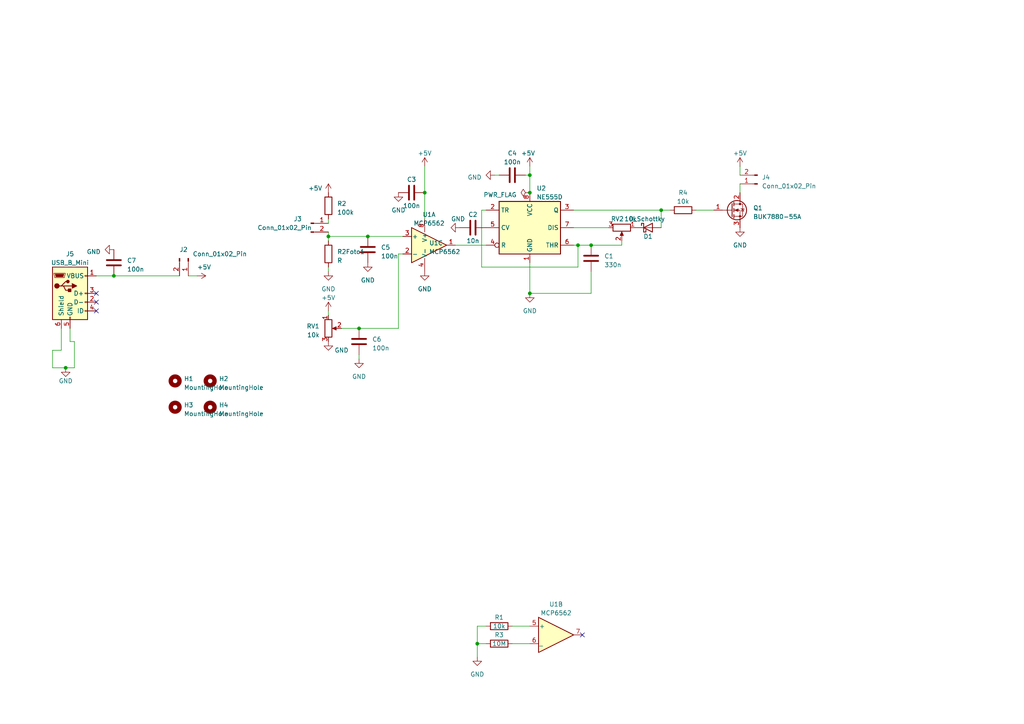
<source format=kicad_sch>
(kicad_sch (version 20230121) (generator eeschema)

  (uuid 8af19046-e5d6-40f7-8888-7ffe88e91a60)

  (paper "A4")

  (title_block
    (title "Lampka zmierzchowa z  regulacją natężenia")
    (date "2023-05-17")
    (rev "1")
    (company "Mateusz Wójcik")
  )

  (lib_symbols
    (symbol "Comparator:MCP6562" (pin_names (offset 0.127)) (in_bom yes) (on_board yes)
      (property "Reference" "U" (at 3.81 3.81 0)
        (effects (font (size 1.27 1.27)))
      )
      (property "Value" "MCP6562" (at 6.35 -3.81 0)
        (effects (font (size 1.27 1.27)))
      )
      (property "Footprint" "" (at 0 0 0)
        (effects (font (size 1.27 1.27)) hide)
      )
      (property "Datasheet" "http://ww1.microchip.com/downloads/en/DeviceDoc/MCP6561-1R-1U-2-4-1.8V-Low-Power-Push-Pull-Output-Comparator-DS20002139E.pdf" (at 0 0 0)
        (effects (font (size 1.27 1.27)) hide)
      )
      (property "ki_locked" "" (at 0 0 0)
        (effects (font (size 1.27 1.27)))
      )
      (property "ki_keywords" "cmp" (at 0 0 0)
        (effects (font (size 1.27 1.27)) hide)
      )
      (property "ki_description" "Dual 1.8V Low-Power Push-Pull Output Comparator, SOIC-8/MSOP-8" (at 0 0 0)
        (effects (font (size 1.27 1.27)) hide)
      )
      (property "ki_fp_filters" "SOIC*3.9x4.9mm*P1.27mm* MSOP*3x3mm*P0.65mm*" (at 0 0 0)
        (effects (font (size 1.27 1.27)) hide)
      )
      (symbol "MCP6562_1_1"
        (polyline
          (pts
            (xy -5.08 5.08)
            (xy 5.08 0)
            (xy -5.08 -5.08)
            (xy -5.08 5.08)
          )
          (stroke (width 0.254) (type default))
          (fill (type background))
        )
        (pin output line (at 7.62 0 180) (length 2.54)
          (name "~" (effects (font (size 1.27 1.27))))
          (number "1" (effects (font (size 1.27 1.27))))
        )
        (pin input line (at -7.62 -2.54 0) (length 2.54)
          (name "-" (effects (font (size 1.27 1.27))))
          (number "2" (effects (font (size 1.27 1.27))))
        )
        (pin input line (at -7.62 2.54 0) (length 2.54)
          (name "+" (effects (font (size 1.27 1.27))))
          (number "3" (effects (font (size 1.27 1.27))))
        )
      )
      (symbol "MCP6562_2_1"
        (polyline
          (pts
            (xy -5.08 5.08)
            (xy 5.08 0)
            (xy -5.08 -5.08)
            (xy -5.08 5.08)
          )
          (stroke (width 0.254) (type default))
          (fill (type background))
        )
        (pin input line (at -7.62 2.54 0) (length 2.54)
          (name "+" (effects (font (size 1.27 1.27))))
          (number "5" (effects (font (size 1.27 1.27))))
        )
        (pin input line (at -7.62 -2.54 0) (length 2.54)
          (name "_" (effects (font (size 1.27 1.27))))
          (number "6" (effects (font (size 1.27 1.27))))
        )
        (pin open_collector line (at 7.62 0 180) (length 2.54)
          (name "~" (effects (font (size 1.27 1.27))))
          (number "7" (effects (font (size 1.27 1.27))))
        )
      )
      (symbol "MCP6562_3_1"
        (pin power_in line (at -2.54 -7.62 90) (length 3.81)
          (name "V-" (effects (font (size 1.27 1.27))))
          (number "4" (effects (font (size 1.27 1.27))))
        )
        (pin power_in line (at -2.54 7.62 270) (length 3.81)
          (name "V+" (effects (font (size 1.27 1.27))))
          (number "8" (effects (font (size 1.27 1.27))))
        )
      )
    )
    (symbol "Connector:Conn_01x02_Pin" (pin_names (offset 1.016) hide) (in_bom yes) (on_board yes)
      (property "Reference" "J" (at 0 2.54 0)
        (effects (font (size 1.27 1.27)))
      )
      (property "Value" "Conn_01x02_Pin" (at 0 -5.08 0)
        (effects (font (size 1.27 1.27)))
      )
      (property "Footprint" "" (at 0 0 0)
        (effects (font (size 1.27 1.27)) hide)
      )
      (property "Datasheet" "~" (at 0 0 0)
        (effects (font (size 1.27 1.27)) hide)
      )
      (property "ki_locked" "" (at 0 0 0)
        (effects (font (size 1.27 1.27)))
      )
      (property "ki_keywords" "connector" (at 0 0 0)
        (effects (font (size 1.27 1.27)) hide)
      )
      (property "ki_description" "Generic connector, single row, 01x02, script generated" (at 0 0 0)
        (effects (font (size 1.27 1.27)) hide)
      )
      (property "ki_fp_filters" "Connector*:*_1x??_*" (at 0 0 0)
        (effects (font (size 1.27 1.27)) hide)
      )
      (symbol "Conn_01x02_Pin_1_1"
        (polyline
          (pts
            (xy 1.27 -2.54)
            (xy 0.8636 -2.54)
          )
          (stroke (width 0.1524) (type default))
          (fill (type none))
        )
        (polyline
          (pts
            (xy 1.27 0)
            (xy 0.8636 0)
          )
          (stroke (width 0.1524) (type default))
          (fill (type none))
        )
        (rectangle (start 0.8636 -2.413) (end 0 -2.667)
          (stroke (width 0.1524) (type default))
          (fill (type outline))
        )
        (rectangle (start 0.8636 0.127) (end 0 -0.127)
          (stroke (width 0.1524) (type default))
          (fill (type outline))
        )
        (pin passive line (at 5.08 0 180) (length 3.81)
          (name "Pin_1" (effects (font (size 1.27 1.27))))
          (number "1" (effects (font (size 1.27 1.27))))
        )
        (pin passive line (at 5.08 -2.54 180) (length 3.81)
          (name "Pin_2" (effects (font (size 1.27 1.27))))
          (number "2" (effects (font (size 1.27 1.27))))
        )
      )
    )
    (symbol "Connector:USB_B_Mini" (pin_names (offset 1.016)) (in_bom yes) (on_board yes)
      (property "Reference" "J" (at -5.08 11.43 0)
        (effects (font (size 1.27 1.27)) (justify left))
      )
      (property "Value" "USB_B_Mini" (at -5.08 8.89 0)
        (effects (font (size 1.27 1.27)) (justify left))
      )
      (property "Footprint" "" (at 3.81 -1.27 0)
        (effects (font (size 1.27 1.27)) hide)
      )
      (property "Datasheet" "~" (at 3.81 -1.27 0)
        (effects (font (size 1.27 1.27)) hide)
      )
      (property "ki_keywords" "connector USB mini" (at 0 0 0)
        (effects (font (size 1.27 1.27)) hide)
      )
      (property "ki_description" "USB Mini Type B connector" (at 0 0 0)
        (effects (font (size 1.27 1.27)) hide)
      )
      (property "ki_fp_filters" "USB*" (at 0 0 0)
        (effects (font (size 1.27 1.27)) hide)
      )
      (symbol "USB_B_Mini_0_1"
        (rectangle (start -5.08 -7.62) (end 5.08 7.62)
          (stroke (width 0.254) (type default))
          (fill (type background))
        )
        (circle (center -3.81 2.159) (radius 0.635)
          (stroke (width 0.254) (type default))
          (fill (type outline))
        )
        (circle (center -0.635 3.429) (radius 0.381)
          (stroke (width 0.254) (type default))
          (fill (type outline))
        )
        (rectangle (start -0.127 -7.62) (end 0.127 -6.858)
          (stroke (width 0) (type default))
          (fill (type none))
        )
        (polyline
          (pts
            (xy -1.905 2.159)
            (xy 0.635 2.159)
          )
          (stroke (width 0.254) (type default))
          (fill (type none))
        )
        (polyline
          (pts
            (xy -3.175 2.159)
            (xy -2.54 2.159)
            (xy -1.27 3.429)
            (xy -0.635 3.429)
          )
          (stroke (width 0.254) (type default))
          (fill (type none))
        )
        (polyline
          (pts
            (xy -2.54 2.159)
            (xy -1.905 2.159)
            (xy -1.27 0.889)
            (xy 0 0.889)
          )
          (stroke (width 0.254) (type default))
          (fill (type none))
        )
        (polyline
          (pts
            (xy 0.635 2.794)
            (xy 0.635 1.524)
            (xy 1.905 2.159)
            (xy 0.635 2.794)
          )
          (stroke (width 0.254) (type default))
          (fill (type outline))
        )
        (polyline
          (pts
            (xy -4.318 5.588)
            (xy -1.778 5.588)
            (xy -2.032 4.826)
            (xy -4.064 4.826)
            (xy -4.318 5.588)
          )
          (stroke (width 0) (type default))
          (fill (type outline))
        )
        (polyline
          (pts
            (xy -4.699 5.842)
            (xy -4.699 5.588)
            (xy -4.445 4.826)
            (xy -4.445 4.572)
            (xy -1.651 4.572)
            (xy -1.651 4.826)
            (xy -1.397 5.588)
            (xy -1.397 5.842)
            (xy -4.699 5.842)
          )
          (stroke (width 0) (type default))
          (fill (type none))
        )
        (rectangle (start 0.254 1.27) (end -0.508 0.508)
          (stroke (width 0.254) (type default))
          (fill (type outline))
        )
        (rectangle (start 5.08 -5.207) (end 4.318 -4.953)
          (stroke (width 0) (type default))
          (fill (type none))
        )
        (rectangle (start 5.08 -2.667) (end 4.318 -2.413)
          (stroke (width 0) (type default))
          (fill (type none))
        )
        (rectangle (start 5.08 -0.127) (end 4.318 0.127)
          (stroke (width 0) (type default))
          (fill (type none))
        )
        (rectangle (start 5.08 4.953) (end 4.318 5.207)
          (stroke (width 0) (type default))
          (fill (type none))
        )
      )
      (symbol "USB_B_Mini_1_1"
        (pin power_out line (at 7.62 5.08 180) (length 2.54)
          (name "VBUS" (effects (font (size 1.27 1.27))))
          (number "1" (effects (font (size 1.27 1.27))))
        )
        (pin bidirectional line (at 7.62 -2.54 180) (length 2.54)
          (name "D-" (effects (font (size 1.27 1.27))))
          (number "2" (effects (font (size 1.27 1.27))))
        )
        (pin bidirectional line (at 7.62 0 180) (length 2.54)
          (name "D+" (effects (font (size 1.27 1.27))))
          (number "3" (effects (font (size 1.27 1.27))))
        )
        (pin passive line (at 7.62 -5.08 180) (length 2.54)
          (name "ID" (effects (font (size 1.27 1.27))))
          (number "4" (effects (font (size 1.27 1.27))))
        )
        (pin power_out line (at 0 -10.16 90) (length 2.54)
          (name "GND" (effects (font (size 1.27 1.27))))
          (number "5" (effects (font (size 1.27 1.27))))
        )
        (pin passive line (at -2.54 -10.16 90) (length 2.54)
          (name "Shield" (effects (font (size 1.27 1.27))))
          (number "6" (effects (font (size 1.27 1.27))))
        )
      )
    )
    (symbol "Device:C" (pin_numbers hide) (pin_names (offset 0.254)) (in_bom yes) (on_board yes)
      (property "Reference" "C" (at 0.635 2.54 0)
        (effects (font (size 1.27 1.27)) (justify left))
      )
      (property "Value" "C" (at 0.635 -2.54 0)
        (effects (font (size 1.27 1.27)) (justify left))
      )
      (property "Footprint" "" (at 0.9652 -3.81 0)
        (effects (font (size 1.27 1.27)) hide)
      )
      (property "Datasheet" "~" (at 0 0 0)
        (effects (font (size 1.27 1.27)) hide)
      )
      (property "ki_keywords" "cap capacitor" (at 0 0 0)
        (effects (font (size 1.27 1.27)) hide)
      )
      (property "ki_description" "Unpolarized capacitor" (at 0 0 0)
        (effects (font (size 1.27 1.27)) hide)
      )
      (property "ki_fp_filters" "C_*" (at 0 0 0)
        (effects (font (size 1.27 1.27)) hide)
      )
      (symbol "C_0_1"
        (polyline
          (pts
            (xy -2.032 -0.762)
            (xy 2.032 -0.762)
          )
          (stroke (width 0.508) (type default))
          (fill (type none))
        )
        (polyline
          (pts
            (xy -2.032 0.762)
            (xy 2.032 0.762)
          )
          (stroke (width 0.508) (type default))
          (fill (type none))
        )
      )
      (symbol "C_1_1"
        (pin passive line (at 0 3.81 270) (length 2.794)
          (name "~" (effects (font (size 1.27 1.27))))
          (number "1" (effects (font (size 1.27 1.27))))
        )
        (pin passive line (at 0 -3.81 90) (length 2.794)
          (name "~" (effects (font (size 1.27 1.27))))
          (number "2" (effects (font (size 1.27 1.27))))
        )
      )
    )
    (symbol "Device:D_Schottky" (pin_numbers hide) (pin_names (offset 1.016) hide) (in_bom yes) (on_board yes)
      (property "Reference" "D" (at 0 2.54 0)
        (effects (font (size 1.27 1.27)))
      )
      (property "Value" "D_Schottky" (at 0 -2.54 0)
        (effects (font (size 1.27 1.27)))
      )
      (property "Footprint" "" (at 0 0 0)
        (effects (font (size 1.27 1.27)) hide)
      )
      (property "Datasheet" "~" (at 0 0 0)
        (effects (font (size 1.27 1.27)) hide)
      )
      (property "ki_keywords" "diode Schottky" (at 0 0 0)
        (effects (font (size 1.27 1.27)) hide)
      )
      (property "ki_description" "Schottky diode" (at 0 0 0)
        (effects (font (size 1.27 1.27)) hide)
      )
      (property "ki_fp_filters" "TO-???* *_Diode_* *SingleDiode* D_*" (at 0 0 0)
        (effects (font (size 1.27 1.27)) hide)
      )
      (symbol "D_Schottky_0_1"
        (polyline
          (pts
            (xy 1.27 0)
            (xy -1.27 0)
          )
          (stroke (width 0) (type default))
          (fill (type none))
        )
        (polyline
          (pts
            (xy 1.27 1.27)
            (xy 1.27 -1.27)
            (xy -1.27 0)
            (xy 1.27 1.27)
          )
          (stroke (width 0.254) (type default))
          (fill (type none))
        )
        (polyline
          (pts
            (xy -1.905 0.635)
            (xy -1.905 1.27)
            (xy -1.27 1.27)
            (xy -1.27 -1.27)
            (xy -0.635 -1.27)
            (xy -0.635 -0.635)
          )
          (stroke (width 0.254) (type default))
          (fill (type none))
        )
      )
      (symbol "D_Schottky_1_1"
        (pin passive line (at -3.81 0 0) (length 2.54)
          (name "K" (effects (font (size 1.27 1.27))))
          (number "1" (effects (font (size 1.27 1.27))))
        )
        (pin passive line (at 3.81 0 180) (length 2.54)
          (name "A" (effects (font (size 1.27 1.27))))
          (number "2" (effects (font (size 1.27 1.27))))
        )
      )
    )
    (symbol "Device:R" (pin_numbers hide) (pin_names (offset 0)) (in_bom yes) (on_board yes)
      (property "Reference" "R" (at 2.032 0 90)
        (effects (font (size 1.27 1.27)))
      )
      (property "Value" "R" (at 0 0 90)
        (effects (font (size 1.27 1.27)))
      )
      (property "Footprint" "" (at -1.778 0 90)
        (effects (font (size 1.27 1.27)) hide)
      )
      (property "Datasheet" "~" (at 0 0 0)
        (effects (font (size 1.27 1.27)) hide)
      )
      (property "ki_keywords" "R res resistor" (at 0 0 0)
        (effects (font (size 1.27 1.27)) hide)
      )
      (property "ki_description" "Resistor" (at 0 0 0)
        (effects (font (size 1.27 1.27)) hide)
      )
      (property "ki_fp_filters" "R_*" (at 0 0 0)
        (effects (font (size 1.27 1.27)) hide)
      )
      (symbol "R_0_1"
        (rectangle (start -1.016 -2.54) (end 1.016 2.54)
          (stroke (width 0.254) (type default))
          (fill (type none))
        )
      )
      (symbol "R_1_1"
        (pin passive line (at 0 3.81 270) (length 1.27)
          (name "~" (effects (font (size 1.27 1.27))))
          (number "1" (effects (font (size 1.27 1.27))))
        )
        (pin passive line (at 0 -3.81 90) (length 1.27)
          (name "~" (effects (font (size 1.27 1.27))))
          (number "2" (effects (font (size 1.27 1.27))))
        )
      )
    )
    (symbol "Device:R_Potentiometer" (pin_names (offset 1.016) hide) (in_bom yes) (on_board yes)
      (property "Reference" "RV" (at -4.445 0 90)
        (effects (font (size 1.27 1.27)))
      )
      (property "Value" "R_Potentiometer" (at -2.54 0 90)
        (effects (font (size 1.27 1.27)))
      )
      (property "Footprint" "" (at 0 0 0)
        (effects (font (size 1.27 1.27)) hide)
      )
      (property "Datasheet" "~" (at 0 0 0)
        (effects (font (size 1.27 1.27)) hide)
      )
      (property "ki_keywords" "resistor variable" (at 0 0 0)
        (effects (font (size 1.27 1.27)) hide)
      )
      (property "ki_description" "Potentiometer" (at 0 0 0)
        (effects (font (size 1.27 1.27)) hide)
      )
      (property "ki_fp_filters" "Potentiometer*" (at 0 0 0)
        (effects (font (size 1.27 1.27)) hide)
      )
      (symbol "R_Potentiometer_0_1"
        (polyline
          (pts
            (xy 2.54 0)
            (xy 1.524 0)
          )
          (stroke (width 0) (type default))
          (fill (type none))
        )
        (polyline
          (pts
            (xy 1.143 0)
            (xy 2.286 0.508)
            (xy 2.286 -0.508)
            (xy 1.143 0)
          )
          (stroke (width 0) (type default))
          (fill (type outline))
        )
        (rectangle (start 1.016 2.54) (end -1.016 -2.54)
          (stroke (width 0.254) (type default))
          (fill (type none))
        )
      )
      (symbol "R_Potentiometer_1_1"
        (pin passive line (at 0 3.81 270) (length 1.27)
          (name "1" (effects (font (size 1.27 1.27))))
          (number "1" (effects (font (size 1.27 1.27))))
        )
        (pin passive line (at 3.81 0 180) (length 1.27)
          (name "2" (effects (font (size 1.27 1.27))))
          (number "2" (effects (font (size 1.27 1.27))))
        )
        (pin passive line (at 0 -3.81 90) (length 1.27)
          (name "3" (effects (font (size 1.27 1.27))))
          (number "3" (effects (font (size 1.27 1.27))))
        )
      )
    )
    (symbol "Mechanical:MountingHole" (pin_names (offset 1.016)) (in_bom yes) (on_board yes)
      (property "Reference" "H" (at 0 5.08 0)
        (effects (font (size 1.27 1.27)))
      )
      (property "Value" "MountingHole" (at 0 3.175 0)
        (effects (font (size 1.27 1.27)))
      )
      (property "Footprint" "" (at 0 0 0)
        (effects (font (size 1.27 1.27)) hide)
      )
      (property "Datasheet" "~" (at 0 0 0)
        (effects (font (size 1.27 1.27)) hide)
      )
      (property "ki_keywords" "mounting hole" (at 0 0 0)
        (effects (font (size 1.27 1.27)) hide)
      )
      (property "ki_description" "Mounting Hole without connection" (at 0 0 0)
        (effects (font (size 1.27 1.27)) hide)
      )
      (property "ki_fp_filters" "MountingHole*" (at 0 0 0)
        (effects (font (size 1.27 1.27)) hide)
      )
      (symbol "MountingHole_0_1"
        (circle (center 0 0) (radius 1.27)
          (stroke (width 1.27) (type default))
          (fill (type none))
        )
      )
    )
    (symbol "Timer:NE555D" (in_bom yes) (on_board yes)
      (property "Reference" "U" (at -10.16 8.89 0)
        (effects (font (size 1.27 1.27)) (justify left))
      )
      (property "Value" "NE555D" (at 2.54 8.89 0)
        (effects (font (size 1.27 1.27)) (justify left))
      )
      (property "Footprint" "Package_SO:SOIC-8_3.9x4.9mm_P1.27mm" (at 21.59 -10.16 0)
        (effects (font (size 1.27 1.27)) hide)
      )
      (property "Datasheet" "http://www.ti.com/lit/ds/symlink/ne555.pdf" (at 21.59 -10.16 0)
        (effects (font (size 1.27 1.27)) hide)
      )
      (property "ki_keywords" "single timer 555" (at 0 0 0)
        (effects (font (size 1.27 1.27)) hide)
      )
      (property "ki_description" "Precision Timers, 555 compatible, SOIC-8" (at 0 0 0)
        (effects (font (size 1.27 1.27)) hide)
      )
      (property "ki_fp_filters" "SOIC*3.9x4.9mm*P1.27mm*" (at 0 0 0)
        (effects (font (size 1.27 1.27)) hide)
      )
      (symbol "NE555D_0_0"
        (pin power_in line (at 0 -10.16 90) (length 2.54)
          (name "GND" (effects (font (size 1.27 1.27))))
          (number "1" (effects (font (size 1.27 1.27))))
        )
        (pin power_in line (at 0 10.16 270) (length 2.54)
          (name "VCC" (effects (font (size 1.27 1.27))))
          (number "8" (effects (font (size 1.27 1.27))))
        )
      )
      (symbol "NE555D_0_1"
        (rectangle (start -8.89 -7.62) (end 8.89 7.62)
          (stroke (width 0.254) (type default))
          (fill (type background))
        )
        (rectangle (start -8.89 -7.62) (end 8.89 7.62)
          (stroke (width 0.254) (type default))
          (fill (type background))
        )
      )
      (symbol "NE555D_1_1"
        (pin input line (at -12.7 5.08 0) (length 3.81)
          (name "TR" (effects (font (size 1.27 1.27))))
          (number "2" (effects (font (size 1.27 1.27))))
        )
        (pin output line (at 12.7 5.08 180) (length 3.81)
          (name "Q" (effects (font (size 1.27 1.27))))
          (number "3" (effects (font (size 1.27 1.27))))
        )
        (pin input inverted (at -12.7 -5.08 0) (length 3.81)
          (name "R" (effects (font (size 1.27 1.27))))
          (number "4" (effects (font (size 1.27 1.27))))
        )
        (pin input line (at -12.7 0 0) (length 3.81)
          (name "CV" (effects (font (size 1.27 1.27))))
          (number "5" (effects (font (size 1.27 1.27))))
        )
        (pin input line (at 12.7 -5.08 180) (length 3.81)
          (name "THR" (effects (font (size 1.27 1.27))))
          (number "6" (effects (font (size 1.27 1.27))))
        )
        (pin input line (at 12.7 0 180) (length 3.81)
          (name "DIS" (effects (font (size 1.27 1.27))))
          (number "7" (effects (font (size 1.27 1.27))))
        )
      )
    )
    (symbol "Transistor_FET:BUK7880-55A" (pin_names hide) (in_bom yes) (on_board yes)
      (property "Reference" "Q" (at 5.08 1.905 0)
        (effects (font (size 1.27 1.27)) (justify left))
      )
      (property "Value" "BUK7880-55A" (at 5.08 0 0)
        (effects (font (size 1.27 1.27)) (justify left))
      )
      (property "Footprint" "Package_TO_SOT_SMD:SOT-223-3_TabPin2" (at 5.08 -1.905 0)
        (effects (font (size 1.27 1.27) italic) (justify left) hide)
      )
      (property "Datasheet" "https://assets.nexperia.com/documents/data-sheet/BUK7880-55A.pdf" (at 0 0 0)
        (effects (font (size 1.27 1.27)) (justify left) hide)
      )
      (property "ki_keywords" "n-channel n channel mosfet enhancement mode" (at 0 0 0)
        (effects (font (size 1.27 1.27)) hide)
      )
      (property "ki_description" "7A Id, 55V Vds, N-Channel Enhancement Mode MOSFET, SOT-223" (at 0 0 0)
        (effects (font (size 1.27 1.27)) hide)
      )
      (property "ki_fp_filters" "SOT?223*" (at 0 0 0)
        (effects (font (size 1.27 1.27)) hide)
      )
      (symbol "BUK7880-55A_0_1"
        (polyline
          (pts
            (xy 0.254 0)
            (xy -2.54 0)
          )
          (stroke (width 0) (type default))
          (fill (type none))
        )
        (polyline
          (pts
            (xy 0.254 1.905)
            (xy 0.254 -1.905)
          )
          (stroke (width 0.254) (type default))
          (fill (type none))
        )
        (polyline
          (pts
            (xy 0.762 -1.27)
            (xy 0.762 -2.286)
          )
          (stroke (width 0.254) (type default))
          (fill (type none))
        )
        (polyline
          (pts
            (xy 0.762 0.508)
            (xy 0.762 -0.508)
          )
          (stroke (width 0.254) (type default))
          (fill (type none))
        )
        (polyline
          (pts
            (xy 0.762 2.286)
            (xy 0.762 1.27)
          )
          (stroke (width 0.254) (type default))
          (fill (type none))
        )
        (polyline
          (pts
            (xy 2.54 2.54)
            (xy 2.54 1.778)
          )
          (stroke (width 0) (type default))
          (fill (type none))
        )
        (polyline
          (pts
            (xy 2.54 -2.54)
            (xy 2.54 0)
            (xy 0.762 0)
          )
          (stroke (width 0) (type default))
          (fill (type none))
        )
        (polyline
          (pts
            (xy 0.762 -1.778)
            (xy 3.302 -1.778)
            (xy 3.302 1.778)
            (xy 0.762 1.778)
          )
          (stroke (width 0) (type default))
          (fill (type none))
        )
        (polyline
          (pts
            (xy 1.016 0)
            (xy 2.032 0.381)
            (xy 2.032 -0.381)
            (xy 1.016 0)
          )
          (stroke (width 0) (type default))
          (fill (type outline))
        )
        (polyline
          (pts
            (xy 2.794 0.508)
            (xy 2.921 0.381)
            (xy 3.683 0.381)
            (xy 3.81 0.254)
          )
          (stroke (width 0) (type default))
          (fill (type none))
        )
        (polyline
          (pts
            (xy 3.302 0.381)
            (xy 2.921 -0.254)
            (xy 3.683 -0.254)
            (xy 3.302 0.381)
          )
          (stroke (width 0) (type default))
          (fill (type none))
        )
        (circle (center 1.651 0) (radius 2.794)
          (stroke (width 0.254) (type default))
          (fill (type none))
        )
        (circle (center 2.54 -1.778) (radius 0.254)
          (stroke (width 0) (type default))
          (fill (type outline))
        )
        (circle (center 2.54 1.778) (radius 0.254)
          (stroke (width 0) (type default))
          (fill (type outline))
        )
      )
      (symbol "BUK7880-55A_1_1"
        (pin input line (at -5.08 0 0) (length 2.54)
          (name "G" (effects (font (size 1.27 1.27))))
          (number "1" (effects (font (size 1.27 1.27))))
        )
        (pin passive line (at 2.54 5.08 270) (length 2.54)
          (name "D" (effects (font (size 1.27 1.27))))
          (number "2" (effects (font (size 1.27 1.27))))
        )
        (pin passive line (at 2.54 -5.08 90) (length 2.54)
          (name "S" (effects (font (size 1.27 1.27))))
          (number "3" (effects (font (size 1.27 1.27))))
        )
      )
    )
    (symbol "power:+5V" (power) (pin_names (offset 0)) (in_bom yes) (on_board yes)
      (property "Reference" "#PWR" (at 0 -3.81 0)
        (effects (font (size 1.27 1.27)) hide)
      )
      (property "Value" "+5V" (at 0 3.556 0)
        (effects (font (size 1.27 1.27)))
      )
      (property "Footprint" "" (at 0 0 0)
        (effects (font (size 1.27 1.27)) hide)
      )
      (property "Datasheet" "" (at 0 0 0)
        (effects (font (size 1.27 1.27)) hide)
      )
      (property "ki_keywords" "global power" (at 0 0 0)
        (effects (font (size 1.27 1.27)) hide)
      )
      (property "ki_description" "Power symbol creates a global label with name \"+5V\"" (at 0 0 0)
        (effects (font (size 1.27 1.27)) hide)
      )
      (symbol "+5V_0_1"
        (polyline
          (pts
            (xy -0.762 1.27)
            (xy 0 2.54)
          )
          (stroke (width 0) (type default))
          (fill (type none))
        )
        (polyline
          (pts
            (xy 0 0)
            (xy 0 2.54)
          )
          (stroke (width 0) (type default))
          (fill (type none))
        )
        (polyline
          (pts
            (xy 0 2.54)
            (xy 0.762 1.27)
          )
          (stroke (width 0) (type default))
          (fill (type none))
        )
      )
      (symbol "+5V_1_1"
        (pin power_in line (at 0 0 90) (length 0) hide
          (name "+5V" (effects (font (size 1.27 1.27))))
          (number "1" (effects (font (size 1.27 1.27))))
        )
      )
    )
    (symbol "power:GND" (power) (pin_names (offset 0)) (in_bom yes) (on_board yes)
      (property "Reference" "#PWR" (at 0 -6.35 0)
        (effects (font (size 1.27 1.27)) hide)
      )
      (property "Value" "GND" (at 0 -3.81 0)
        (effects (font (size 1.27 1.27)))
      )
      (property "Footprint" "" (at 0 0 0)
        (effects (font (size 1.27 1.27)) hide)
      )
      (property "Datasheet" "" (at 0 0 0)
        (effects (font (size 1.27 1.27)) hide)
      )
      (property "ki_keywords" "global power" (at 0 0 0)
        (effects (font (size 1.27 1.27)) hide)
      )
      (property "ki_description" "Power symbol creates a global label with name \"GND\" , ground" (at 0 0 0)
        (effects (font (size 1.27 1.27)) hide)
      )
      (symbol "GND_0_1"
        (polyline
          (pts
            (xy 0 0)
            (xy 0 -1.27)
            (xy 1.27 -1.27)
            (xy 0 -2.54)
            (xy -1.27 -1.27)
            (xy 0 -1.27)
          )
          (stroke (width 0) (type default))
          (fill (type none))
        )
      )
      (symbol "GND_1_1"
        (pin power_in line (at 0 0 270) (length 0) hide
          (name "GND" (effects (font (size 1.27 1.27))))
          (number "1" (effects (font (size 1.27 1.27))))
        )
      )
    )
    (symbol "power:PWR_FLAG" (power) (pin_numbers hide) (pin_names (offset 0) hide) (in_bom yes) (on_board yes)
      (property "Reference" "#FLG" (at 0 1.905 0)
        (effects (font (size 1.27 1.27)) hide)
      )
      (property "Value" "PWR_FLAG" (at 0 3.81 0)
        (effects (font (size 1.27 1.27)))
      )
      (property "Footprint" "" (at 0 0 0)
        (effects (font (size 1.27 1.27)) hide)
      )
      (property "Datasheet" "~" (at 0 0 0)
        (effects (font (size 1.27 1.27)) hide)
      )
      (property "ki_keywords" "flag power" (at 0 0 0)
        (effects (font (size 1.27 1.27)) hide)
      )
      (property "ki_description" "Special symbol for telling ERC where power comes from" (at 0 0 0)
        (effects (font (size 1.27 1.27)) hide)
      )
      (symbol "PWR_FLAG_0_0"
        (pin power_out line (at 0 0 90) (length 0)
          (name "pwr" (effects (font (size 1.27 1.27))))
          (number "1" (effects (font (size 1.27 1.27))))
        )
      )
      (symbol "PWR_FLAG_0_1"
        (polyline
          (pts
            (xy 0 0)
            (xy 0 1.27)
            (xy -1.016 1.905)
            (xy 0 2.54)
            (xy 1.016 1.905)
            (xy 0 1.27)
          )
          (stroke (width 0) (type default))
          (fill (type none))
        )
      )
    )
  )

  (junction (at 104.14 95.25) (diameter 0) (color 0 0 0 0)
    (uuid 32302e06-4984-4992-a9e4-4f1fd3917a6f)
  )
  (junction (at 171.45 71.12) (diameter 0) (color 0 0 0 0)
    (uuid 3c709a49-d44f-40d7-a4a2-c34957a6519d)
  )
  (junction (at 167.64 71.12) (diameter 0) (color 0 0 0 0)
    (uuid 518ff054-2207-43a2-8897-c5b8816dda8b)
  )
  (junction (at 95.25 68.58) (diameter 0) (color 0 0 0 0)
    (uuid 5394d026-1b3c-4234-8ed6-f5fb8ac626a1)
  )
  (junction (at 19.05 106.68) (diameter 0) (color 0 0 0 0)
    (uuid 93c1d264-43d7-4809-9b3b-7e043ca0619f)
  )
  (junction (at 191.77 60.96) (diameter 0) (color 0 0 0 0)
    (uuid 9acedcfd-90bd-4ef0-bc53-2192164b716a)
  )
  (junction (at 153.67 55.88) (diameter 0) (color 0 0 0 0)
    (uuid 9f686277-6a25-4dde-8676-16e77d732484)
  )
  (junction (at 138.43 186.69) (diameter 0) (color 0 0 0 0)
    (uuid bd2b6d81-245a-40b8-88df-c7e5742274c3)
  )
  (junction (at 123.19 55.88) (diameter 0) (color 0 0 0 0)
    (uuid cec52ae1-73a2-4941-bf8a-2dee399eae4e)
  )
  (junction (at 33.02 80.01) (diameter 0) (color 0 0 0 0)
    (uuid dccbe30e-fd42-4e2f-85a1-9fc369cc15ad)
  )
  (junction (at 153.67 85.09) (diameter 0) (color 0 0 0 0)
    (uuid eb37fab5-9779-43df-bc03-1bf7b7d78762)
  )
  (junction (at 153.67 50.8) (diameter 0) (color 0 0 0 0)
    (uuid fcccfe58-0ae1-4ff2-8325-4164e0404efd)
  )
  (junction (at 106.68 68.58) (diameter 0) (color 0 0 0 0)
    (uuid ff6b1e87-43f6-4b88-9380-d15e10a71912)
  )

  (no_connect (at 27.94 90.17) (uuid 0206382a-ee82-40e2-abde-2bf8b125cc01))
  (no_connect (at 27.94 85.09) (uuid 09322d10-6990-408b-99b7-36949b5264bc))
  (no_connect (at 27.94 87.63) (uuid 2f95f311-30eb-4743-8e99-32bf9f129dd9))
  (no_connect (at 168.91 184.15) (uuid c9268958-98d0-481e-a73c-f68e7b79a614))

  (wire (pts (xy 153.67 50.8) (xy 153.67 55.88))
    (stroke (width 0) (type default))
    (uuid 0471f3b6-b1cc-4b8e-aa5d-d74af8f74703)
  )
  (wire (pts (xy 132.08 71.12) (xy 140.97 71.12))
    (stroke (width 0) (type default))
    (uuid 072e5e40-408a-4d88-9989-a52e20f0763b)
  )
  (wire (pts (xy 139.7 60.96) (xy 140.97 60.96))
    (stroke (width 0) (type default))
    (uuid 088f5cc3-c612-4bf9-be6b-063ab2ccab79)
  )
  (wire (pts (xy 104.14 95.25) (xy 115.57 95.25))
    (stroke (width 0) (type default))
    (uuid 095535c1-6267-49a5-981c-8c9d936fec7d)
  )
  (wire (pts (xy 191.77 60.96) (xy 191.77 66.04))
    (stroke (width 0) (type default))
    (uuid 0a8f67fb-b012-4d12-bec8-f253aaf11047)
  )
  (wire (pts (xy 148.59 186.69) (xy 153.67 186.69))
    (stroke (width 0) (type default))
    (uuid 0b44f702-f799-4891-8f63-295bba1b42b1)
  )
  (wire (pts (xy 95.25 78.74) (xy 95.25 77.47))
    (stroke (width 0) (type default))
    (uuid 0cae39c5-4576-4b79-948c-59d5dc372496)
  )
  (wire (pts (xy 104.14 104.14) (xy 104.14 102.87))
    (stroke (width 0) (type default))
    (uuid 0d9fda75-f095-4a3f-9743-1dfa6da97fea)
  )
  (wire (pts (xy 166.37 66.04) (xy 176.53 66.04))
    (stroke (width 0) (type default))
    (uuid 0f9ad63f-8501-4477-9562-d1ba5ee4ead5)
  )
  (wire (pts (xy 139.7 77.47) (xy 167.64 77.47))
    (stroke (width 0) (type default))
    (uuid 1266b115-a0c1-42ff-ad4c-77821b0681dd)
  )
  (wire (pts (xy 21.59 99.06) (xy 21.59 106.68))
    (stroke (width 0) (type default))
    (uuid 1ae9bc79-9fca-4631-b3a4-ac466cc253dd)
  )
  (wire (pts (xy 95.25 91.44) (xy 95.25 90.17))
    (stroke (width 0) (type default))
    (uuid 1eb94c7c-62b2-4eae-97da-1f9ecf90cf68)
  )
  (wire (pts (xy 15.24 101.6) (xy 17.78 101.6))
    (stroke (width 0) (type default))
    (uuid 26697d56-cd90-46f0-b0c3-e75d2d44b2eb)
  )
  (wire (pts (xy 95.25 69.85) (xy 95.25 68.58))
    (stroke (width 0) (type default))
    (uuid 2848f7b2-8009-415f-a9df-421a0c6757d2)
  )
  (wire (pts (xy 167.64 71.12) (xy 167.64 77.47))
    (stroke (width 0) (type default))
    (uuid 29557905-9aea-478d-b408-f3f9e173fec5)
  )
  (wire (pts (xy 207.01 60.96) (xy 201.93 60.96))
    (stroke (width 0) (type default))
    (uuid 295b4ab1-ec07-4b17-83bb-c103c155afc0)
  )
  (wire (pts (xy 153.67 48.26) (xy 153.67 50.8))
    (stroke (width 0) (type default))
    (uuid 38620407-2e98-4c89-b49b-539d3be15afe)
  )
  (wire (pts (xy 171.45 78.74) (xy 171.45 85.09))
    (stroke (width 0) (type default))
    (uuid 387cab00-3df3-42c3-b990-e54cdfd1dcf9)
  )
  (wire (pts (xy 17.78 101.6) (xy 17.78 95.25))
    (stroke (width 0) (type default))
    (uuid 38f4c4d8-9dcb-4ca6-b102-f0d370fbdc41)
  )
  (wire (pts (xy 27.94 80.01) (xy 33.02 80.01))
    (stroke (width 0) (type default))
    (uuid 39c73e1b-0e26-4713-b6db-76c25db161fa)
  )
  (wire (pts (xy 99.06 95.25) (xy 104.14 95.25))
    (stroke (width 0) (type default))
    (uuid 3a713e3c-9543-4fe3-ade7-a5390048d137)
  )
  (wire (pts (xy 171.45 85.09) (xy 153.67 85.09))
    (stroke (width 0) (type default))
    (uuid 418ce24d-a337-4e98-934f-927da285dd3d)
  )
  (wire (pts (xy 191.77 60.96) (xy 194.31 60.96))
    (stroke (width 0) (type default))
    (uuid 445f5ece-a9a2-4545-9a74-b7d3fa2da8cf)
  )
  (wire (pts (xy 15.24 101.6) (xy 15.24 106.68))
    (stroke (width 0) (type default))
    (uuid 4aadb002-7b05-43d9-8d49-281aeec09f90)
  )
  (wire (pts (xy 140.97 181.61) (xy 138.43 181.61))
    (stroke (width 0) (type default))
    (uuid 4d9c447d-8218-40d5-9362-4c58ed844038)
  )
  (wire (pts (xy 138.43 186.69) (xy 140.97 186.69))
    (stroke (width 0) (type default))
    (uuid 5396f9e7-3750-44ab-a800-3bcdfebeaa5a)
  )
  (wire (pts (xy 166.37 60.96) (xy 191.77 60.96))
    (stroke (width 0) (type default))
    (uuid 581d6195-00ec-40ce-8850-f3abd358b245)
  )
  (wire (pts (xy 148.59 181.61) (xy 153.67 181.61))
    (stroke (width 0) (type default))
    (uuid 6367f9e6-7036-445c-a43f-8e851fe29d99)
  )
  (wire (pts (xy 152.4 50.8) (xy 153.67 50.8))
    (stroke (width 0) (type default))
    (uuid 63f36569-92b7-4829-b394-480c2e43fbb2)
  )
  (wire (pts (xy 21.59 99.06) (xy 20.32 99.06))
    (stroke (width 0) (type default))
    (uuid 6450d542-99ab-4e74-b99b-6f7937e0c3c2)
  )
  (wire (pts (xy 106.68 68.58) (xy 116.84 68.58))
    (stroke (width 0) (type default))
    (uuid 69247c64-f812-494a-a20f-a1406f76bb98)
  )
  (wire (pts (xy 33.02 80.01) (xy 52.07 80.01))
    (stroke (width 0) (type default))
    (uuid 6d4bbd70-c8a2-4275-b3c6-c98fcfce2c8a)
  )
  (wire (pts (xy 171.45 71.12) (xy 180.34 71.12))
    (stroke (width 0) (type default))
    (uuid 71c0097a-3cb8-4199-9b52-0a744c30db7d)
  )
  (wire (pts (xy 95.25 68.58) (xy 95.25 67.31))
    (stroke (width 0) (type default))
    (uuid 7a102e5f-5f6a-4429-8e1c-ddd9e53c0a57)
  )
  (wire (pts (xy 115.57 95.25) (xy 115.57 73.66))
    (stroke (width 0) (type default))
    (uuid 7e7bece2-b770-4a0d-b1e0-b8ee10df9ca9)
  )
  (wire (pts (xy 214.63 53.34) (xy 214.63 55.88))
    (stroke (width 0) (type default))
    (uuid 84942431-83e3-43ee-a9a1-7106665451a9)
  )
  (wire (pts (xy 180.34 69.85) (xy 180.34 71.12))
    (stroke (width 0) (type default))
    (uuid 95a46658-8c7d-43dd-a43d-39b67cab857a)
  )
  (wire (pts (xy 123.19 63.5) (xy 123.19 55.88))
    (stroke (width 0) (type default))
    (uuid 994a8c09-769f-458d-adbb-7f4317f34278)
  )
  (wire (pts (xy 123.19 55.88) (xy 123.19 48.26))
    (stroke (width 0) (type default))
    (uuid 9c49b787-0d8c-4f0d-8cd9-10030e45a0ad)
  )
  (wire (pts (xy 139.7 60.96) (xy 139.7 77.47))
    (stroke (width 0) (type default))
    (uuid a9fca594-42b1-46cd-8ae5-42c5f309e14e)
  )
  (wire (pts (xy 214.63 48.26) (xy 214.63 50.8))
    (stroke (width 0) (type default))
    (uuid b5ef1bd9-7225-4cfd-9e26-5631cafa952b)
  )
  (wire (pts (xy 21.59 106.68) (xy 19.05 106.68))
    (stroke (width 0) (type default))
    (uuid bd8f6be0-32f1-4bce-b629-e3a4e787c7ad)
  )
  (wire (pts (xy 171.45 71.12) (xy 167.64 71.12))
    (stroke (width 0) (type default))
    (uuid c5017494-74df-4da0-9080-7f5f950e2501)
  )
  (wire (pts (xy 54.61 80.01) (xy 57.15 80.01))
    (stroke (width 0) (type default))
    (uuid c8bb2f74-f0fd-48e9-8ad3-617b34d54554)
  )
  (wire (pts (xy 138.43 186.69) (xy 138.43 190.5))
    (stroke (width 0) (type default))
    (uuid d752c4fb-62a9-4c84-89cc-8a0c9b60766c)
  )
  (wire (pts (xy 95.25 68.58) (xy 106.68 68.58))
    (stroke (width 0) (type default))
    (uuid db15b9a4-082a-40d2-bed1-f2b0cc70ff40)
  )
  (wire (pts (xy 20.32 95.25) (xy 20.32 99.06))
    (stroke (width 0) (type default))
    (uuid e7941455-c428-416a-85e7-c45383270511)
  )
  (wire (pts (xy 143.51 50.8) (xy 144.78 50.8))
    (stroke (width 0) (type default))
    (uuid e7e46599-1f40-4cef-aa1d-754d52a00652)
  )
  (wire (pts (xy 153.67 76.2) (xy 153.67 85.09))
    (stroke (width 0) (type default))
    (uuid e9d51580-7559-4330-befe-beabf547762b)
  )
  (wire (pts (xy 15.24 106.68) (xy 19.05 106.68))
    (stroke (width 0) (type default))
    (uuid ea8bb959-49ea-438e-adc7-892a042dbbf5)
  )
  (wire (pts (xy 166.37 71.12) (xy 167.64 71.12))
    (stroke (width 0) (type default))
    (uuid ec08d77c-10e3-4132-8b62-087f2a9be6fd)
  )
  (wire (pts (xy 115.57 73.66) (xy 116.84 73.66))
    (stroke (width 0) (type default))
    (uuid efe3f075-6ed3-422e-967b-935f946f6c14)
  )
  (wire (pts (xy 138.43 181.61) (xy 138.43 186.69))
    (stroke (width 0) (type default))
    (uuid f0b22d4d-3afa-4ae2-8b2e-26f4090738c3)
  )
  (wire (pts (xy 95.25 64.77) (xy 95.25 63.5))
    (stroke (width 0) (type default))
    (uuid ffe5600b-13e1-4e02-b9ab-20865f86befb)
  )

  (symbol (lib_id "Comparator:MCP6562") (at 125.73 71.12 0) (unit 3)
    (in_bom yes) (on_board yes) (dnp no) (fields_autoplaced)
    (uuid 00a275af-ea5e-4ebb-86fd-1ef4f295d6c2)
    (property "Reference" "U1" (at 124.46 70.485 0)
      (effects (font (size 1.27 1.27)) (justify left))
    )
    (property "Value" "MCP6562" (at 124.46 73.025 0)
      (effects (font (size 1.27 1.27)) (justify left))
    )
    (property "Footprint" "Package_SO:SO-8_3.9x4.9mm_P1.27mm" (at 125.73 71.12 0)
      (effects (font (size 1.27 1.27)) hide)
    )
    (property "Datasheet" "http://ww1.microchip.com/downloads/en/DeviceDoc/MCP6561-1R-1U-2-4-1.8V-Low-Power-Push-Pull-Output-Comparator-DS20002139E.pdf" (at 125.73 71.12 0)
      (effects (font (size 1.27 1.27)) hide)
    )
    (pin "1" (uuid 5b893481-aaae-40d5-8e00-b68f8f621fd0))
    (pin "2" (uuid 3e6e0eb8-5cc2-499e-98d5-a1a9550e068d))
    (pin "3" (uuid fc38627a-28fb-46fa-a0c5-14b9bcf65c9d))
    (pin "5" (uuid e353d856-399a-4193-8597-4a1bb2311725))
    (pin "6" (uuid 52e17b55-1043-465d-a5dd-c46c1a46c856))
    (pin "7" (uuid 21ddbc9d-e61a-4ded-a3ff-3fdff11fbd3d))
    (pin "4" (uuid 3bc5ef0d-208f-4455-8fd7-3e3e5acbc694))
    (pin "8" (uuid b3e718a5-f087-4a39-85fa-b4ecb080a596))
    (instances
      (project "Lampka"
        (path "/8af19046-e5d6-40f7-8888-7ffe88e91a60"
          (reference "U1") (unit 3)
        )
      )
    )
  )

  (symbol (lib_id "Connector:Conn_01x02_Pin") (at 90.17 64.77 0) (unit 1)
    (in_bom yes) (on_board yes) (dnp no)
    (uuid 048cbc56-d09a-44fa-9491-fbbbf4691114)
    (property "Reference" "J3" (at 86.36 63.5 0)
      (effects (font (size 1.27 1.27)))
    )
    (property "Value" "Conn_01x02_Pin" (at 82.55 66.04 0)
      (effects (font (size 1.27 1.27)))
    )
    (property "Footprint" "Connector_PinHeader_2.54mm:PinHeader_1x02_P2.54mm_Vertical" (at 90.17 64.77 0)
      (effects (font (size 1.27 1.27)) hide)
    )
    (property "Datasheet" "~" (at 90.17 64.77 0)
      (effects (font (size 1.27 1.27)) hide)
    )
    (pin "1" (uuid 2de63242-0c70-4818-8a6a-96a5febe2260))
    (pin "2" (uuid 9fa4be17-7943-445c-84b8-ef5d8f7a5327))
    (instances
      (project "Lampka"
        (path "/8af19046-e5d6-40f7-8888-7ffe88e91a60"
          (reference "J3") (unit 1)
        )
      )
    )
  )

  (symbol (lib_id "power:+5V") (at 153.67 48.26 0) (unit 1)
    (in_bom yes) (on_board yes) (dnp no)
    (uuid 14b37da5-2c18-4ef1-ad9d-619ce9470f68)
    (property "Reference" "#PWR010" (at 153.67 52.07 0)
      (effects (font (size 1.27 1.27)) hide)
    )
    (property "Value" "+5V" (at 151.13 44.45 0)
      (effects (font (size 1.27 1.27)) (justify left))
    )
    (property "Footprint" "" (at 153.67 48.26 0)
      (effects (font (size 1.27 1.27)) hide)
    )
    (property "Datasheet" "" (at 153.67 48.26 0)
      (effects (font (size 1.27 1.27)) hide)
    )
    (pin "1" (uuid 7e7ce18e-fee5-4b65-b82c-c39549d0c9c3))
    (instances
      (project "Lampka"
        (path "/8af19046-e5d6-40f7-8888-7ffe88e91a60"
          (reference "#PWR010") (unit 1)
        )
      )
    )
  )

  (symbol (lib_id "Connector:Conn_01x02_Pin") (at 219.71 53.34 180) (unit 1)
    (in_bom yes) (on_board yes) (dnp no) (fields_autoplaced)
    (uuid 1a6370d5-09aa-4ac0-a13b-c13e5bcb0630)
    (property "Reference" "J4" (at 220.98 51.435 0)
      (effects (font (size 1.27 1.27)) (justify right))
    )
    (property "Value" "Conn_01x02_Pin" (at 220.98 53.975 0)
      (effects (font (size 1.27 1.27)) (justify right))
    )
    (property "Footprint" "Connector_PinHeader_2.54mm:PinHeader_1x02_P2.54mm_Vertical" (at 219.71 53.34 0)
      (effects (font (size 1.27 1.27)) hide)
    )
    (property "Datasheet" "~" (at 219.71 53.34 0)
      (effects (font (size 1.27 1.27)) hide)
    )
    (pin "1" (uuid 1d08c595-c319-4621-bd85-6c706f289208))
    (pin "2" (uuid 79b06afb-7a4b-40f8-9228-4c7268e1120a))
    (instances
      (project "Lampka"
        (path "/8af19046-e5d6-40f7-8888-7ffe88e91a60"
          (reference "J4") (unit 1)
        )
      )
    )
  )

  (symbol (lib_id "power:GND") (at 106.68 76.2 0) (unit 1)
    (in_bom yes) (on_board yes) (dnp no) (fields_autoplaced)
    (uuid 1a741b19-4708-4a96-8462-f322f3718b99)
    (property "Reference" "#PWR017" (at 106.68 82.55 0)
      (effects (font (size 1.27 1.27)) hide)
    )
    (property "Value" "GND" (at 106.68 81.28 0)
      (effects (font (size 1.27 1.27)))
    )
    (property "Footprint" "" (at 106.68 76.2 0)
      (effects (font (size 1.27 1.27)) hide)
    )
    (property "Datasheet" "" (at 106.68 76.2 0)
      (effects (font (size 1.27 1.27)) hide)
    )
    (pin "1" (uuid 3cc3fd19-e8a8-4c50-bbdd-c1c9fdad65b5))
    (instances
      (project "Lampka"
        (path "/8af19046-e5d6-40f7-8888-7ffe88e91a60"
          (reference "#PWR017") (unit 1)
        )
      )
    )
  )

  (symbol (lib_id "power:PWR_FLAG") (at 153.67 55.88 90) (unit 1)
    (in_bom yes) (on_board yes) (dnp no) (fields_autoplaced)
    (uuid 1f3c6f20-0752-48dc-a706-5a6bc7103326)
    (property "Reference" "#FLG01" (at 151.765 55.88 0)
      (effects (font (size 1.27 1.27)) hide)
    )
    (property "Value" "PWR_FLAG" (at 149.86 56.515 90)
      (effects (font (size 1.27 1.27)) (justify left))
    )
    (property "Footprint" "" (at 153.67 55.88 0)
      (effects (font (size 1.27 1.27)) hide)
    )
    (property "Datasheet" "~" (at 153.67 55.88 0)
      (effects (font (size 1.27 1.27)) hide)
    )
    (pin "1" (uuid 7d41df0f-a67f-4642-9724-e6ec9564c870))
    (instances
      (project "Lampka"
        (path "/8af19046-e5d6-40f7-8888-7ffe88e91a60"
          (reference "#FLG01") (unit 1)
        )
      )
    )
  )

  (symbol (lib_id "Device:R") (at 95.25 59.69 180) (unit 1)
    (in_bom yes) (on_board yes) (dnp no) (fields_autoplaced)
    (uuid 2633d713-31ab-4b3b-acd0-22bcbaf8b908)
    (property "Reference" "R2" (at 97.79 59.055 0)
      (effects (font (size 1.27 1.27)) (justify right))
    )
    (property "Value" "100k" (at 97.79 61.595 0)
      (effects (font (size 1.27 1.27)) (justify right))
    )
    (property "Footprint" "Resistor_SMD:R_0805_2012Metric_Pad1.20x1.40mm_HandSolder" (at 97.028 59.69 90)
      (effects (font (size 1.27 1.27)) hide)
    )
    (property "Datasheet" "~" (at 95.25 59.69 0)
      (effects (font (size 1.27 1.27)) hide)
    )
    (pin "1" (uuid 63199ecb-04b9-47e3-a551-6d2b7181244d))
    (pin "2" (uuid e9206e2a-aa3f-475d-b33e-b5d997bf6727))
    (instances
      (project "Lampka"
        (path "/8af19046-e5d6-40f7-8888-7ffe88e91a60"
          (reference "R2") (unit 1)
        )
      )
    )
  )

  (symbol (lib_id "Device:R") (at 144.78 186.69 90) (unit 1)
    (in_bom yes) (on_board yes) (dnp no)
    (uuid 329e8771-8730-454b-b683-8899fe0fd815)
    (property "Reference" "R3" (at 144.78 184.15 90)
      (effects (font (size 1.27 1.27)))
    )
    (property "Value" "10M" (at 144.78 186.69 90)
      (effects (font (size 1.27 1.27)))
    )
    (property "Footprint" "Resistor_SMD:R_0805_2012Metric_Pad1.20x1.40mm_HandSolder" (at 144.78 188.468 90)
      (effects (font (size 1.27 1.27)) hide)
    )
    (property "Datasheet" "~" (at 144.78 186.69 0)
      (effects (font (size 1.27 1.27)) hide)
    )
    (pin "1" (uuid 5db00c87-7eef-4404-8cb4-7943483c5a48))
    (pin "2" (uuid 03b5708e-5e73-43bd-a9b0-f1816d061d98))
    (instances
      (project "Lampka"
        (path "/8af19046-e5d6-40f7-8888-7ffe88e91a60"
          (reference "R3") (unit 1)
        )
      )
    )
  )

  (symbol (lib_id "Mechanical:MountingHole") (at 60.96 110.49 0) (unit 1)
    (in_bom yes) (on_board yes) (dnp no) (fields_autoplaced)
    (uuid 35a749ea-13ab-4738-a20c-b2625b4eeb80)
    (property "Reference" "H2" (at 63.5 109.855 0)
      (effects (font (size 1.27 1.27)) (justify left))
    )
    (property "Value" "MountingHole" (at 63.5 112.395 0)
      (effects (font (size 1.27 1.27)) (justify left))
    )
    (property "Footprint" "MountingHole:MountingHole_2.2mm_M2_ISO14580" (at 60.96 110.49 0)
      (effects (font (size 1.27 1.27)) hide)
    )
    (property "Datasheet" "~" (at 60.96 110.49 0)
      (effects (font (size 1.27 1.27)) hide)
    )
    (instances
      (project "Lampka"
        (path "/8af19046-e5d6-40f7-8888-7ffe88e91a60"
          (reference "H2") (unit 1)
        )
      )
    )
  )

  (symbol (lib_id "Device:C") (at 119.38 55.88 90) (unit 1)
    (in_bom yes) (on_board yes) (dnp no)
    (uuid 41742e8a-6fac-483f-8e36-df928ba308d6)
    (property "Reference" "C3" (at 119.38 52.07 90)
      (effects (font (size 1.27 1.27)))
    )
    (property "Value" "100n" (at 119.38 59.69 90)
      (effects (font (size 1.27 1.27)))
    )
    (property "Footprint" "Capacitor_SMD:C_0805_2012Metric" (at 123.19 54.9148 0)
      (effects (font (size 1.27 1.27)) hide)
    )
    (property "Datasheet" "~" (at 119.38 55.88 0)
      (effects (font (size 1.27 1.27)) hide)
    )
    (pin "1" (uuid acc0adbb-c2fb-45a6-bcca-8718b8c3957b))
    (pin "2" (uuid 87b935d9-b69f-449b-8f67-5dc60c674d81))
    (instances
      (project "Lampka"
        (path "/8af19046-e5d6-40f7-8888-7ffe88e91a60"
          (reference "C3") (unit 1)
        )
      )
    )
  )

  (symbol (lib_id "Comparator:MCP6562") (at 161.29 184.15 0) (unit 2)
    (in_bom yes) (on_board yes) (dnp no) (fields_autoplaced)
    (uuid 4346f902-56ab-4bcf-892c-60e24b06b035)
    (property "Reference" "U1" (at 161.29 175.26 0)
      (effects (font (size 1.27 1.27)))
    )
    (property "Value" "MCP6562" (at 161.29 177.8 0)
      (effects (font (size 1.27 1.27)))
    )
    (property "Footprint" "Package_SO:SO-8_3.9x4.9mm_P1.27mm" (at 161.29 184.15 0)
      (effects (font (size 1.27 1.27)) hide)
    )
    (property "Datasheet" "http://ww1.microchip.com/downloads/en/DeviceDoc/MCP6561-1R-1U-2-4-1.8V-Low-Power-Push-Pull-Output-Comparator-DS20002139E.pdf" (at 161.29 184.15 0)
      (effects (font (size 1.27 1.27)) hide)
    )
    (pin "1" (uuid 41c946f3-aca9-45d0-a7d4-efdc0ad98b6f))
    (pin "2" (uuid 05b51fbb-83cc-4530-a073-f6f40270b027))
    (pin "3" (uuid 104264f5-b61d-4571-90fa-400e0be0490b))
    (pin "5" (uuid ec7d876a-713f-451f-b404-b81bad7515f7))
    (pin "6" (uuid 3c45d4b8-48be-4f57-a9ab-fc5b7673a325))
    (pin "7" (uuid 385488ae-86c9-49dd-bc93-d785b9d55cde))
    (pin "4" (uuid 8a523f06-5beb-4cef-afa4-0873337f4b44))
    (pin "8" (uuid b59eaf99-a70b-4480-b171-2d475113461f))
    (instances
      (project "Lampka"
        (path "/8af19046-e5d6-40f7-8888-7ffe88e91a60"
          (reference "U1") (unit 2)
        )
      )
    )
  )

  (symbol (lib_id "Device:C") (at 104.14 99.06 0) (unit 1)
    (in_bom yes) (on_board yes) (dnp no) (fields_autoplaced)
    (uuid 45f6fcb4-ffd7-4f9c-8535-7799c74e2b49)
    (property "Reference" "C6" (at 107.95 98.425 0)
      (effects (font (size 1.27 1.27)) (justify left))
    )
    (property "Value" "100n" (at 107.95 100.965 0)
      (effects (font (size 1.27 1.27)) (justify left))
    )
    (property "Footprint" "Capacitor_SMD:C_0805_2012Metric" (at 105.1052 102.87 0)
      (effects (font (size 1.27 1.27)) hide)
    )
    (property "Datasheet" "~" (at 104.14 99.06 0)
      (effects (font (size 1.27 1.27)) hide)
    )
    (pin "1" (uuid 0c5de9fc-3a92-491b-824a-5a8cb70019f7))
    (pin "2" (uuid 3070f4f3-29ad-492d-b54d-6dd49ffe53a7))
    (instances
      (project "Lampka"
        (path "/8af19046-e5d6-40f7-8888-7ffe88e91a60"
          (reference "C6") (unit 1)
        )
      )
    )
  )

  (symbol (lib_id "Device:R") (at 144.78 181.61 90) (unit 1)
    (in_bom yes) (on_board yes) (dnp no)
    (uuid 4ca14816-f573-45fd-9873-aadfd6a306e5)
    (property "Reference" "R1" (at 144.78 179.07 90)
      (effects (font (size 1.27 1.27)))
    )
    (property "Value" "10k" (at 144.78 181.61 90)
      (effects (font (size 1.27 1.27)))
    )
    (property "Footprint" "Resistor_SMD:R_0805_2012Metric_Pad1.20x1.40mm_HandSolder" (at 144.78 183.388 90)
      (effects (font (size 1.27 1.27)) hide)
    )
    (property "Datasheet" "~" (at 144.78 181.61 0)
      (effects (font (size 1.27 1.27)) hide)
    )
    (pin "1" (uuid 99c0bfb2-5717-4fd8-99ca-7d6f54de8668))
    (pin "2" (uuid 561851c1-8d00-4c39-b1e6-8265d4c90641))
    (instances
      (project "Lampka"
        (path "/8af19046-e5d6-40f7-8888-7ffe88e91a60"
          (reference "R1") (unit 1)
        )
      )
    )
  )

  (symbol (lib_id "Device:C") (at 137.16 66.04 90) (unit 1)
    (in_bom yes) (on_board yes) (dnp no)
    (uuid 4df59dfa-ff36-4887-bd51-d8ac0274c265)
    (property "Reference" "C2" (at 137.16 62.23 90)
      (effects (font (size 1.27 1.27)))
    )
    (property "Value" "10n" (at 137.16 69.85 90)
      (effects (font (size 1.27 1.27)))
    )
    (property "Footprint" "Capacitor_SMD:C_0805_2012Metric" (at 140.97 65.0748 0)
      (effects (font (size 1.27 1.27)) hide)
    )
    (property "Datasheet" "~" (at 137.16 66.04 0)
      (effects (font (size 1.27 1.27)) hide)
    )
    (pin "1" (uuid 7fb51b3b-0c6d-4977-9b59-3877d29a0c6f))
    (pin "2" (uuid ea2260a0-226c-4af0-9297-7e834a96ec72))
    (instances
      (project "Lampka"
        (path "/8af19046-e5d6-40f7-8888-7ffe88e91a60"
          (reference "C2") (unit 1)
        )
      )
    )
  )

  (symbol (lib_id "Comparator:MCP6562") (at 124.46 71.12 0) (unit 1)
    (in_bom yes) (on_board yes) (dnp no) (fields_autoplaced)
    (uuid 4e4e2669-16f1-4c3d-8388-161c46959ac5)
    (property "Reference" "U1" (at 124.46 62.23 0)
      (effects (font (size 1.27 1.27)))
    )
    (property "Value" "MCP6562" (at 124.46 64.77 0)
      (effects (font (size 1.27 1.27)))
    )
    (property "Footprint" "Package_SO:SO-8_3.9x4.9mm_P1.27mm" (at 124.46 71.12 0)
      (effects (font (size 1.27 1.27)) hide)
    )
    (property "Datasheet" "http://ww1.microchip.com/downloads/en/DeviceDoc/MCP6561-1R-1U-2-4-1.8V-Low-Power-Push-Pull-Output-Comparator-DS20002139E.pdf" (at 124.46 71.12 0)
      (effects (font (size 1.27 1.27)) hide)
    )
    (pin "1" (uuid 4f6d79cc-2f95-436c-a3b2-46b26e2519d2))
    (pin "2" (uuid 56085d04-8660-48bb-a56e-542feb5258ac))
    (pin "3" (uuid a455c75d-5ae5-435b-8fb7-5d55529232d7))
    (pin "5" (uuid 4d85ea83-a915-4672-863b-f4fde0a62aea))
    (pin "6" (uuid de93976c-6c9b-4ea8-83d5-642d407ef30c))
    (pin "7" (uuid 14cf372f-29eb-4c4b-a86a-45c14927ef56))
    (pin "4" (uuid a2053130-dafd-4001-ad1f-06b4112e4e3f))
    (pin "8" (uuid e60dfef3-4d70-436b-a55d-6088934ca9d8))
    (instances
      (project "Lampka"
        (path "/8af19046-e5d6-40f7-8888-7ffe88e91a60"
          (reference "U1") (unit 1)
        )
      )
    )
  )

  (symbol (lib_id "Device:R") (at 198.12 60.96 90) (unit 1)
    (in_bom yes) (on_board yes) (dnp no) (fields_autoplaced)
    (uuid 4f88a1b6-fc1e-4a11-b664-f4bff99bc12c)
    (property "Reference" "R4" (at 198.12 55.88 90)
      (effects (font (size 1.27 1.27)))
    )
    (property "Value" "10k" (at 198.12 58.42 90)
      (effects (font (size 1.27 1.27)))
    )
    (property "Footprint" "Resistor_SMD:R_0805_2012Metric_Pad1.20x1.40mm_HandSolder" (at 198.12 62.738 90)
      (effects (font (size 1.27 1.27)) hide)
    )
    (property "Datasheet" "~" (at 198.12 60.96 0)
      (effects (font (size 1.27 1.27)) hide)
    )
    (pin "1" (uuid 303653ad-4b05-4983-9995-5d28c2ed08d4))
    (pin "2" (uuid 071ce13c-847e-40b9-8efb-a7abf2f0e0e7))
    (instances
      (project "Lampka"
        (path "/8af19046-e5d6-40f7-8888-7ffe88e91a60"
          (reference "R4") (unit 1)
        )
      )
    )
  )

  (symbol (lib_id "Mechanical:MountingHole") (at 60.96 118.11 0) (unit 1)
    (in_bom yes) (on_board yes) (dnp no) (fields_autoplaced)
    (uuid 53638d65-f50e-4825-b796-fced1507bea8)
    (property "Reference" "H4" (at 63.5 117.475 0)
      (effects (font (size 1.27 1.27)) (justify left))
    )
    (property "Value" "MountingHole" (at 63.5 120.015 0)
      (effects (font (size 1.27 1.27)) (justify left))
    )
    (property "Footprint" "MountingHole:MountingHole_2.2mm_M2_ISO14580" (at 60.96 118.11 0)
      (effects (font (size 1.27 1.27)) hide)
    )
    (property "Datasheet" "~" (at 60.96 118.11 0)
      (effects (font (size 1.27 1.27)) hide)
    )
    (instances
      (project "Lampka"
        (path "/8af19046-e5d6-40f7-8888-7ffe88e91a60"
          (reference "H4") (unit 1)
        )
      )
    )
  )

  (symbol (lib_id "Connector:USB_B_Mini") (at 20.32 85.09 0) (unit 1)
    (in_bom yes) (on_board yes) (dnp no) (fields_autoplaced)
    (uuid 559d1210-a994-4d37-b4dd-ea192db73fa4)
    (property "Reference" "J5" (at 20.32 73.66 0)
      (effects (font (size 1.27 1.27)))
    )
    (property "Value" "USB_B_Mini" (at 20.32 76.2 0)
      (effects (font (size 1.27 1.27)))
    )
    (property "Footprint" "Connector_USB:USB_Mini-B_Wuerth_65100516121_Horizontal" (at 24.13 86.36 0)
      (effects (font (size 1.27 1.27)) hide)
    )
    (property "Datasheet" "~" (at 24.13 86.36 0)
      (effects (font (size 1.27 1.27)) hide)
    )
    (pin "1" (uuid 2a195ca6-9dbd-4475-9ef9-4b7e72e0cdce))
    (pin "2" (uuid 5e46f875-f346-4ea4-85ac-ef293c142435))
    (pin "3" (uuid 4aba9d1a-ab6b-4415-bf25-8de214579042))
    (pin "4" (uuid 26db4df9-65da-410c-8bea-0ebd0d6400b4))
    (pin "5" (uuid 79cfc34c-d8a3-43c3-b81f-624dce0fbef1))
    (pin "6" (uuid 34fba0d7-bdc7-472a-92c3-50a837a44a0d))
    (instances
      (project "Lampka"
        (path "/8af19046-e5d6-40f7-8888-7ffe88e91a60"
          (reference "J5") (unit 1)
        )
      )
    )
  )

  (symbol (lib_id "power:GND") (at 123.19 78.74 0) (unit 1)
    (in_bom yes) (on_board yes) (dnp no) (fields_autoplaced)
    (uuid 59500f18-6bf6-4913-bfa7-3480b3316902)
    (property "Reference" "#PWR07" (at 123.19 85.09 0)
      (effects (font (size 1.27 1.27)) hide)
    )
    (property "Value" "GND" (at 123.19 83.82 0)
      (effects (font (size 1.27 1.27)))
    )
    (property "Footprint" "" (at 123.19 78.74 0)
      (effects (font (size 1.27 1.27)) hide)
    )
    (property "Datasheet" "" (at 123.19 78.74 0)
      (effects (font (size 1.27 1.27)) hide)
    )
    (pin "1" (uuid 73c8ddad-00fc-4245-ac34-454c5b31bf4e))
    (instances
      (project "Lampka"
        (path "/8af19046-e5d6-40f7-8888-7ffe88e91a60"
          (reference "#PWR07") (unit 1)
        )
      )
    )
  )

  (symbol (lib_id "power:+5V") (at 214.63 48.26 0) (unit 1)
    (in_bom yes) (on_board yes) (dnp no) (fields_autoplaced)
    (uuid 6ef94a18-e0f2-4586-a4de-5dbf6ee4212c)
    (property "Reference" "#PWR011" (at 214.63 52.07 0)
      (effects (font (size 1.27 1.27)) hide)
    )
    (property "Value" "+5V" (at 214.63 44.45 0)
      (effects (font (size 1.27 1.27)))
    )
    (property "Footprint" "" (at 214.63 48.26 0)
      (effects (font (size 1.27 1.27)) hide)
    )
    (property "Datasheet" "" (at 214.63 48.26 0)
      (effects (font (size 1.27 1.27)) hide)
    )
    (pin "1" (uuid 6a0ff46a-239f-4779-91db-c58625e6713c))
    (instances
      (project "Lampka"
        (path "/8af19046-e5d6-40f7-8888-7ffe88e91a60"
          (reference "#PWR011") (unit 1)
        )
      )
    )
  )

  (symbol (lib_id "Device:R") (at 95.25 73.66 180) (unit 1)
    (in_bom yes) (on_board yes) (dnp no) (fields_autoplaced)
    (uuid 70246e4e-6bac-4db5-b24c-bf4baa4e6b7e)
    (property "Reference" "R2Foto1" (at 97.79 73.025 0)
      (effects (font (size 1.27 1.27)) (justify right))
    )
    (property "Value" "R" (at 97.79 75.565 0)
      (effects (font (size 1.27 1.27)) (justify right))
    )
    (property "Footprint" "Connector_PinHeader_2.54mm:PinHeader_1x02_P2.54mm_Vertical" (at 97.028 73.66 90)
      (effects (font (size 1.27 1.27)) hide)
    )
    (property "Datasheet" "~" (at 95.25 73.66 0)
      (effects (font (size 1.27 1.27)) hide)
    )
    (pin "1" (uuid 88c63242-8977-4bbc-81a6-07c811893469))
    (pin "2" (uuid b7f1e2b5-b882-494f-be95-311fbd5e0b1c))
    (instances
      (project "Lampka"
        (path "/8af19046-e5d6-40f7-8888-7ffe88e91a60"
          (reference "R2Foto1") (unit 1)
        )
      )
    )
  )

  (symbol (lib_id "power:GND") (at 153.67 85.09 0) (unit 1)
    (in_bom yes) (on_board yes) (dnp no) (fields_autoplaced)
    (uuid 70de3f66-49ea-4444-807c-ef2ab70520c6)
    (property "Reference" "#PWR01" (at 153.67 91.44 0)
      (effects (font (size 1.27 1.27)) hide)
    )
    (property "Value" "GND" (at 153.67 90.17 0)
      (effects (font (size 1.27 1.27)))
    )
    (property "Footprint" "" (at 153.67 85.09 0)
      (effects (font (size 1.27 1.27)) hide)
    )
    (property "Datasheet" "" (at 153.67 85.09 0)
      (effects (font (size 1.27 1.27)) hide)
    )
    (pin "1" (uuid 794763fe-a78a-49e9-aad6-106e9cdb9d47))
    (instances
      (project "Lampka"
        (path "/8af19046-e5d6-40f7-8888-7ffe88e91a60"
          (reference "#PWR01") (unit 1)
        )
      )
    )
  )

  (symbol (lib_id "Mechanical:MountingHole") (at 50.8 110.49 0) (unit 1)
    (in_bom yes) (on_board yes) (dnp no) (fields_autoplaced)
    (uuid 790573fa-083f-4168-bf8d-ea7378950d56)
    (property "Reference" "H1" (at 53.34 109.855 0)
      (effects (font (size 1.27 1.27)) (justify left))
    )
    (property "Value" "MountingHole" (at 53.34 112.395 0)
      (effects (font (size 1.27 1.27)) (justify left))
    )
    (property "Footprint" "MountingHole:MountingHole_2.2mm_M2_ISO14580" (at 50.8 110.49 0)
      (effects (font (size 1.27 1.27)) hide)
    )
    (property "Datasheet" "~" (at 50.8 110.49 0)
      (effects (font (size 1.27 1.27)) hide)
    )
    (instances
      (project "Lampka"
        (path "/8af19046-e5d6-40f7-8888-7ffe88e91a60"
          (reference "H1") (unit 1)
        )
      )
    )
  )

  (symbol (lib_id "Transistor_FET:BUK7880-55A") (at 212.09 60.96 0) (unit 1)
    (in_bom yes) (on_board yes) (dnp no) (fields_autoplaced)
    (uuid 7feed203-37ce-470f-97f4-17314122ca17)
    (property "Reference" "Q1" (at 218.44 60.325 0)
      (effects (font (size 1.27 1.27)) (justify left))
    )
    (property "Value" "BUK7880-55A" (at 218.44 62.865 0)
      (effects (font (size 1.27 1.27)) (justify left))
    )
    (property "Footprint" "Package_TO_SOT_SMD:SOT-223-3_TabPin2" (at 217.17 62.865 0)
      (effects (font (size 1.27 1.27) italic) (justify left) hide)
    )
    (property "Datasheet" "https://assets.nexperia.com/documents/data-sheet/BUK7880-55A.pdf" (at 212.09 60.96 0)
      (effects (font (size 1.27 1.27)) (justify left) hide)
    )
    (pin "1" (uuid 1b957918-0aa2-4766-b510-babd38fa45e2))
    (pin "2" (uuid 604b79f0-7f0b-4f2a-bafe-7302748054bf))
    (pin "3" (uuid 40ff4114-278b-45a2-8b3a-265e0a604c62))
    (instances
      (project "Lampka"
        (path "/8af19046-e5d6-40f7-8888-7ffe88e91a60"
          (reference "Q1") (unit 1)
        )
      )
    )
  )

  (symbol (lib_id "power:+5V") (at 95.25 55.88 0) (unit 1)
    (in_bom yes) (on_board yes) (dnp no)
    (uuid 847dcaa7-a2a0-4b4a-b8d8-025ead361665)
    (property "Reference" "#PWR09" (at 95.25 59.69 0)
      (effects (font (size 1.27 1.27)) hide)
    )
    (property "Value" "+5V" (at 91.44 54.61 0)
      (effects (font (size 1.27 1.27)))
    )
    (property "Footprint" "" (at 95.25 55.88 0)
      (effects (font (size 1.27 1.27)) hide)
    )
    (property "Datasheet" "" (at 95.25 55.88 0)
      (effects (font (size 1.27 1.27)) hide)
    )
    (pin "1" (uuid 9ef50d6e-f256-439c-9eb8-3489376b5aa8))
    (instances
      (project "Lampka"
        (path "/8af19046-e5d6-40f7-8888-7ffe88e91a60"
          (reference "#PWR09") (unit 1)
        )
      )
    )
  )

  (symbol (lib_id "power:GND") (at 138.43 190.5 0) (unit 1)
    (in_bom yes) (on_board yes) (dnp no) (fields_autoplaced)
    (uuid 859be762-1630-4ca4-9c10-7be468876564)
    (property "Reference" "#PWR018" (at 138.43 196.85 0)
      (effects (font (size 1.27 1.27)) hide)
    )
    (property "Value" "GND" (at 138.43 195.58 0)
      (effects (font (size 1.27 1.27)))
    )
    (property "Footprint" "" (at 138.43 190.5 0)
      (effects (font (size 1.27 1.27)) hide)
    )
    (property "Datasheet" "" (at 138.43 190.5 0)
      (effects (font (size 1.27 1.27)) hide)
    )
    (pin "1" (uuid 584dabe0-51d5-4e3b-b374-712bc499e1d8))
    (instances
      (project "Lampka"
        (path "/8af19046-e5d6-40f7-8888-7ffe88e91a60"
          (reference "#PWR018") (unit 1)
        )
      )
    )
  )

  (symbol (lib_id "Device:C") (at 171.45 74.93 0) (unit 1)
    (in_bom yes) (on_board yes) (dnp no) (fields_autoplaced)
    (uuid 896ff2f6-8f52-41ab-bf38-dcc17a87a794)
    (property "Reference" "C1" (at 175.26 74.295 0)
      (effects (font (size 1.27 1.27)) (justify left))
    )
    (property "Value" "330n" (at 175.26 76.835 0)
      (effects (font (size 1.27 1.27)) (justify left))
    )
    (property "Footprint" "Capacitor_SMD:C_0805_2012Metric" (at 172.4152 78.74 0)
      (effects (font (size 1.27 1.27)) hide)
    )
    (property "Datasheet" "~" (at 171.45 74.93 0)
      (effects (font (size 1.27 1.27)) hide)
    )
    (pin "1" (uuid 27812c4e-554f-4e74-a373-9f1008d0c316))
    (pin "2" (uuid e44f798c-d610-42fb-8e7d-924d3d289fe7))
    (instances
      (project "Lampka"
        (path "/8af19046-e5d6-40f7-8888-7ffe88e91a60"
          (reference "C1") (unit 1)
        )
      )
    )
  )

  (symbol (lib_id "power:GND") (at 19.05 106.68 0) (unit 1)
    (in_bom yes) (on_board yes) (dnp no)
    (uuid 8c88482a-5dab-42e1-ae15-eb7281e79941)
    (property "Reference" "#PWR013" (at 19.05 113.03 0)
      (effects (font (size 1.27 1.27)) hide)
    )
    (property "Value" "GND" (at 19.05 110.49 0)
      (effects (font (size 1.27 1.27)))
    )
    (property "Footprint" "" (at 19.05 106.68 0)
      (effects (font (size 1.27 1.27)) hide)
    )
    (property "Datasheet" "" (at 19.05 106.68 0)
      (effects (font (size 1.27 1.27)) hide)
    )
    (pin "1" (uuid 3ee81651-23da-49d3-9b65-1b77c4dc31a3))
    (instances
      (project "Lampka"
        (path "/8af19046-e5d6-40f7-8888-7ffe88e91a60"
          (reference "#PWR013") (unit 1)
        )
      )
    )
  )

  (symbol (lib_id "Device:D_Schottky") (at 187.96 66.04 0) (unit 1)
    (in_bom yes) (on_board yes) (dnp no)
    (uuid 8f5985ad-1230-4ad0-9892-440fc3dcc1b6)
    (property "Reference" "D1" (at 187.96 68.58 0)
      (effects (font (size 1.27 1.27)))
    )
    (property "Value" "D_Schottky" (at 187.6425 63.5 0)
      (effects (font (size 1.27 1.27)))
    )
    (property "Footprint" "Diode_SMD:D_SOD-123F" (at 187.96 66.04 0)
      (effects (font (size 1.27 1.27)) hide)
    )
    (property "Datasheet" "~" (at 187.96 66.04 0)
      (effects (font (size 1.27 1.27)) hide)
    )
    (pin "1" (uuid f56b2d62-9911-4df8-bbd3-b7a8dd802f4f))
    (pin "2" (uuid 153da7b6-dd07-49b6-b8fc-d5ed03ddcc63))
    (instances
      (project "Lampka"
        (path "/8af19046-e5d6-40f7-8888-7ffe88e91a60"
          (reference "D1") (unit 1)
        )
      )
    )
  )

  (symbol (lib_id "Connector:Conn_01x02_Pin") (at 54.61 74.93 270) (unit 1)
    (in_bom yes) (on_board yes) (dnp no)
    (uuid 94de9d61-475d-49c6-a883-b64691a42c23)
    (property "Reference" "J2" (at 52.07 72.39 90)
      (effects (font (size 1.27 1.27)) (justify left))
    )
    (property "Value" "Conn_01x02_Pin" (at 55.88 73.66 90)
      (effects (font (size 1.27 1.27)) (justify left))
    )
    (property "Footprint" "Connector_PinHeader_2.54mm:PinHeader_1x02_P2.54mm_Vertical" (at 54.61 74.93 0)
      (effects (font (size 1.27 1.27)) hide)
    )
    (property "Datasheet" "~" (at 54.61 74.93 0)
      (effects (font (size 1.27 1.27)) hide)
    )
    (pin "1" (uuid 3b149cf1-887f-44c1-8327-74f3303d94e9))
    (pin "2" (uuid db2d02c8-5a08-4d88-a280-8b9fb38e4faa))
    (instances
      (project "Lampka"
        (path "/8af19046-e5d6-40f7-8888-7ffe88e91a60"
          (reference "J2") (unit 1)
        )
      )
    )
  )

  (symbol (lib_id "power:GND") (at 115.57 55.88 0) (unit 1)
    (in_bom yes) (on_board yes) (dnp no) (fields_autoplaced)
    (uuid a8e249be-0827-4579-90eb-f3028305d6b7)
    (property "Reference" "#PWR012" (at 115.57 62.23 0)
      (effects (font (size 1.27 1.27)) hide)
    )
    (property "Value" "GND" (at 115.57 60.96 0)
      (effects (font (size 1.27 1.27)))
    )
    (property "Footprint" "" (at 115.57 55.88 0)
      (effects (font (size 1.27 1.27)) hide)
    )
    (property "Datasheet" "" (at 115.57 55.88 0)
      (effects (font (size 1.27 1.27)) hide)
    )
    (pin "1" (uuid 57fc0382-13b6-4992-a307-3e1f3b099b5b))
    (instances
      (project "Lampka"
        (path "/8af19046-e5d6-40f7-8888-7ffe88e91a60"
          (reference "#PWR012") (unit 1)
        )
      )
    )
  )

  (symbol (lib_id "Mechanical:MountingHole") (at 50.8 118.11 0) (unit 1)
    (in_bom yes) (on_board yes) (dnp no) (fields_autoplaced)
    (uuid ac10438e-cb89-490e-9eca-11f2d94c715e)
    (property "Reference" "H3" (at 53.34 117.475 0)
      (effects (font (size 1.27 1.27)) (justify left))
    )
    (property "Value" "MountingHole" (at 53.34 120.015 0)
      (effects (font (size 1.27 1.27)) (justify left))
    )
    (property "Footprint" "MountingHole:MountingHole_2.2mm_M2_ISO14580" (at 50.8 118.11 0)
      (effects (font (size 1.27 1.27)) hide)
    )
    (property "Datasheet" "~" (at 50.8 118.11 0)
      (effects (font (size 1.27 1.27)) hide)
    )
    (instances
      (project "Lampka"
        (path "/8af19046-e5d6-40f7-8888-7ffe88e91a60"
          (reference "H3") (unit 1)
        )
      )
    )
  )

  (symbol (lib_id "Device:R_Potentiometer") (at 180.34 66.04 270) (unit 1)
    (in_bom yes) (on_board yes) (dnp no)
    (uuid aedd61a0-b038-4b4d-b863-01b152d0515e)
    (property "Reference" "RV2" (at 179.07 63.5 90)
      (effects (font (size 1.27 1.27)))
    )
    (property "Value" "10k" (at 182.88 63.5 90)
      (effects (font (size 1.27 1.27)))
    )
    (property "Footprint" "Connector_PinHeader_2.54mm:PinHeader_1x03_P2.54mm_Vertical" (at 180.34 66.04 0)
      (effects (font (size 1.27 1.27)) hide)
    )
    (property "Datasheet" "~" (at 180.34 66.04 0)
      (effects (font (size 1.27 1.27)) hide)
    )
    (pin "1" (uuid a59ee828-d665-44b2-8a85-93351b6cbb74))
    (pin "2" (uuid 8a0d5129-a3b7-45d5-ab7f-b5560ea0c166))
    (pin "3" (uuid fa335217-1bac-418d-b24a-7fe0faa47a07))
    (instances
      (project "Lampka"
        (path "/8af19046-e5d6-40f7-8888-7ffe88e91a60"
          (reference "RV2") (unit 1)
        )
      )
    )
  )

  (symbol (lib_id "power:GND") (at 33.02 72.39 270) (unit 1)
    (in_bom yes) (on_board yes) (dnp no) (fields_autoplaced)
    (uuid afd47887-954c-4144-85f3-408b3dfddfc9)
    (property "Reference" "#PWR019" (at 26.67 72.39 0)
      (effects (font (size 1.27 1.27)) hide)
    )
    (property "Value" "GND" (at 29.21 73.025 90)
      (effects (font (size 1.27 1.27)) (justify right))
    )
    (property "Footprint" "" (at 33.02 72.39 0)
      (effects (font (size 1.27 1.27)) hide)
    )
    (property "Datasheet" "" (at 33.02 72.39 0)
      (effects (font (size 1.27 1.27)) hide)
    )
    (pin "1" (uuid ffcaf4a3-f13c-40bd-821a-abe77afd36a8))
    (instances
      (project "Lampka"
        (path "/8af19046-e5d6-40f7-8888-7ffe88e91a60"
          (reference "#PWR019") (unit 1)
        )
      )
    )
  )

  (symbol (lib_id "power:GND") (at 214.63 66.04 0) (unit 1)
    (in_bom yes) (on_board yes) (dnp no) (fields_autoplaced)
    (uuid b45604a4-aabf-4396-b000-468993769992)
    (property "Reference" "#PWR03" (at 214.63 72.39 0)
      (effects (font (size 1.27 1.27)) hide)
    )
    (property "Value" "GND" (at 214.63 71.12 0)
      (effects (font (size 1.27 1.27)))
    )
    (property "Footprint" "" (at 214.63 66.04 0)
      (effects (font (size 1.27 1.27)) hide)
    )
    (property "Datasheet" "" (at 214.63 66.04 0)
      (effects (font (size 1.27 1.27)) hide)
    )
    (pin "1" (uuid e83706f9-3fe2-4b8b-a87d-7a67bdb41ccf))
    (instances
      (project "Lampka"
        (path "/8af19046-e5d6-40f7-8888-7ffe88e91a60"
          (reference "#PWR03") (unit 1)
        )
      )
    )
  )

  (symbol (lib_id "power:+5V") (at 95.25 90.17 0) (unit 1)
    (in_bom yes) (on_board yes) (dnp no) (fields_autoplaced)
    (uuid b83541b6-38f7-4707-a780-6078127045df)
    (property "Reference" "#PWR08" (at 95.25 93.98 0)
      (effects (font (size 1.27 1.27)) hide)
    )
    (property "Value" "+5V" (at 95.25 86.36 0)
      (effects (font (size 1.27 1.27)))
    )
    (property "Footprint" "" (at 95.25 90.17 0)
      (effects (font (size 1.27 1.27)) hide)
    )
    (property "Datasheet" "" (at 95.25 90.17 0)
      (effects (font (size 1.27 1.27)) hide)
    )
    (pin "1" (uuid d7bcc4f7-024d-43d1-9e0b-31911cbf8aba))
    (instances
      (project "Lampka"
        (path "/8af19046-e5d6-40f7-8888-7ffe88e91a60"
          (reference "#PWR08") (unit 1)
        )
      )
    )
  )

  (symbol (lib_id "power:+5V") (at 123.19 48.26 0) (unit 1)
    (in_bom yes) (on_board yes) (dnp no) (fields_autoplaced)
    (uuid d42156b4-5c17-4882-bce0-e0f5cda1a79b)
    (property "Reference" "#PWR06" (at 123.19 52.07 0)
      (effects (font (size 1.27 1.27)) hide)
    )
    (property "Value" "+5V" (at 123.19 44.45 0)
      (effects (font (size 1.27 1.27)))
    )
    (property "Footprint" "" (at 123.19 48.26 0)
      (effects (font (size 1.27 1.27)) hide)
    )
    (property "Datasheet" "" (at 123.19 48.26 0)
      (effects (font (size 1.27 1.27)) hide)
    )
    (pin "1" (uuid 9fabd14e-8948-4f0c-8687-a5fe9f6dc3e1))
    (instances
      (project "Lampka"
        (path "/8af19046-e5d6-40f7-8888-7ffe88e91a60"
          (reference "#PWR06") (unit 1)
        )
      )
    )
  )

  (symbol (lib_id "power:GND") (at 143.51 50.8 270) (unit 1)
    (in_bom yes) (on_board yes) (dnp no) (fields_autoplaced)
    (uuid d50c04ad-8d76-4fa4-8e19-3a92b65cfbcc)
    (property "Reference" "#PWR015" (at 137.16 50.8 0)
      (effects (font (size 1.27 1.27)) hide)
    )
    (property "Value" "GND" (at 139.7 51.435 90)
      (effects (font (size 1.27 1.27)) (justify right))
    )
    (property "Footprint" "" (at 143.51 50.8 0)
      (effects (font (size 1.27 1.27)) hide)
    )
    (property "Datasheet" "" (at 143.51 50.8 0)
      (effects (font (size 1.27 1.27)) hide)
    )
    (pin "1" (uuid 4e28cec4-5cea-4b37-943e-95de17a888f3))
    (instances
      (project "Lampka"
        (path "/8af19046-e5d6-40f7-8888-7ffe88e91a60"
          (reference "#PWR015") (unit 1)
        )
      )
    )
  )

  (symbol (lib_id "Device:C") (at 33.02 76.2 180) (unit 1)
    (in_bom yes) (on_board yes) (dnp no) (fields_autoplaced)
    (uuid d5391a5f-b56f-4bfe-8fc3-09c72477dfd3)
    (property "Reference" "C7" (at 36.83 75.565 0)
      (effects (font (size 1.27 1.27)) (justify right))
    )
    (property "Value" "100n" (at 36.83 78.105 0)
      (effects (font (size 1.27 1.27)) (justify right))
    )
    (property "Footprint" "Capacitor_SMD:C_0805_2012Metric" (at 32.0548 72.39 0)
      (effects (font (size 1.27 1.27)) hide)
    )
    (property "Datasheet" "~" (at 33.02 76.2 0)
      (effects (font (size 1.27 1.27)) hide)
    )
    (pin "1" (uuid d8d46705-2322-40ba-941e-b21f6167dfcd))
    (pin "2" (uuid 4d4016d2-7c11-4aa2-b933-9bd0cb46e3c3))
    (instances
      (project "Lampka"
        (path "/8af19046-e5d6-40f7-8888-7ffe88e91a60"
          (reference "C7") (unit 1)
        )
      )
    )
  )

  (symbol (lib_id "power:GND") (at 95.25 78.74 0) (unit 1)
    (in_bom yes) (on_board yes) (dnp no) (fields_autoplaced)
    (uuid d71d72d2-78bf-4aa7-b1ab-c830816f50e2)
    (property "Reference" "#PWR04" (at 95.25 85.09 0)
      (effects (font (size 1.27 1.27)) hide)
    )
    (property "Value" "GND" (at 95.25 83.82 0)
      (effects (font (size 1.27 1.27)))
    )
    (property "Footprint" "" (at 95.25 78.74 0)
      (effects (font (size 1.27 1.27)) hide)
    )
    (property "Datasheet" "" (at 95.25 78.74 0)
      (effects (font (size 1.27 1.27)) hide)
    )
    (pin "1" (uuid 34ca342a-e6e9-4678-9262-d9d71f43277e))
    (instances
      (project "Lampka"
        (path "/8af19046-e5d6-40f7-8888-7ffe88e91a60"
          (reference "#PWR04") (unit 1)
        )
      )
    )
  )

  (symbol (lib_id "Timer:NE555D") (at 153.67 66.04 0) (unit 1)
    (in_bom yes) (on_board yes) (dnp no) (fields_autoplaced)
    (uuid dccb6249-8309-47f8-ae99-85585acf6589)
    (property "Reference" "U2" (at 155.6259 54.61 0)
      (effects (font (size 1.27 1.27)) (justify left))
    )
    (property "Value" "NE555D" (at 155.6259 57.15 0)
      (effects (font (size 1.27 1.27)) (justify left))
    )
    (property "Footprint" "Package_SO:SOIC-8_3.9x4.9mm_P1.27mm" (at 175.26 76.2 0)
      (effects (font (size 1.27 1.27)) hide)
    )
    (property "Datasheet" "http://www.ti.com/lit/ds/symlink/ne555.pdf" (at 175.26 76.2 0)
      (effects (font (size 1.27 1.27)) hide)
    )
    (pin "1" (uuid bda4c568-7def-480d-a668-f7cf1b450857))
    (pin "8" (uuid 1e8c0f09-00f2-4f6e-8597-fc4ee76a5366))
    (pin "2" (uuid ac501646-adcc-4db8-b909-9b846c5beb3a))
    (pin "3" (uuid 9649f555-f2c7-4767-8018-d66a965b5156))
    (pin "4" (uuid d1d2d9fc-2ef3-4f81-88ce-2751932f095a))
    (pin "5" (uuid dd753b11-7eba-45a3-90e5-ac0320a79831))
    (pin "6" (uuid df9f3351-6c29-46a4-a772-048dfad89cab))
    (pin "7" (uuid f39ed295-420a-4c6b-9b14-65f006a30021))
    (instances
      (project "Lampka"
        (path "/8af19046-e5d6-40f7-8888-7ffe88e91a60"
          (reference "U2") (unit 1)
        )
      )
    )
  )

  (symbol (lib_id "power:GND") (at 104.14 104.14 0) (unit 1)
    (in_bom yes) (on_board yes) (dnp no) (fields_autoplaced)
    (uuid e74a9972-0d3d-4330-a5b5-ba1f73901ca3)
    (property "Reference" "#PWR016" (at 104.14 110.49 0)
      (effects (font (size 1.27 1.27)) hide)
    )
    (property "Value" "GND" (at 104.14 109.22 0)
      (effects (font (size 1.27 1.27)))
    )
    (property "Footprint" "" (at 104.14 104.14 0)
      (effects (font (size 1.27 1.27)) hide)
    )
    (property "Datasheet" "" (at 104.14 104.14 0)
      (effects (font (size 1.27 1.27)) hide)
    )
    (pin "1" (uuid dea380d2-6a17-4f3d-a0d0-19533bac87ea))
    (instances
      (project "Lampka"
        (path "/8af19046-e5d6-40f7-8888-7ffe88e91a60"
          (reference "#PWR016") (unit 1)
        )
      )
    )
  )

  (symbol (lib_id "Device:C") (at 106.68 72.39 0) (unit 1)
    (in_bom yes) (on_board yes) (dnp no) (fields_autoplaced)
    (uuid ed4bac98-4489-49fe-96ec-5dd6de7ab370)
    (property "Reference" "C5" (at 110.49 71.755 0)
      (effects (font (size 1.27 1.27)) (justify left))
    )
    (property "Value" "100n" (at 110.49 74.295 0)
      (effects (font (size 1.27 1.27)) (justify left))
    )
    (property "Footprint" "Capacitor_SMD:C_0805_2012Metric" (at 107.6452 76.2 0)
      (effects (font (size 1.27 1.27)) hide)
    )
    (property "Datasheet" "~" (at 106.68 72.39 0)
      (effects (font (size 1.27 1.27)) hide)
    )
    (pin "1" (uuid f275d42e-efe5-4105-bf30-102c3572cdea))
    (pin "2" (uuid 7930675d-b39c-4bb4-8195-03fd6542f5b3))
    (instances
      (project "Lampka"
        (path "/8af19046-e5d6-40f7-8888-7ffe88e91a60"
          (reference "C5") (unit 1)
        )
      )
    )
  )

  (symbol (lib_id "power:GND") (at 133.35 66.04 270) (unit 1)
    (in_bom yes) (on_board yes) (dnp no)
    (uuid f162027a-4707-436d-aa7d-a423bcbf2daf)
    (property "Reference" "#PWR02" (at 127 66.04 0)
      (effects (font (size 1.27 1.27)) hide)
    )
    (property "Value" "GND" (at 130.81 63.5 90)
      (effects (font (size 1.27 1.27)) (justify left))
    )
    (property "Footprint" "" (at 133.35 66.04 0)
      (effects (font (size 1.27 1.27)) hide)
    )
    (property "Datasheet" "" (at 133.35 66.04 0)
      (effects (font (size 1.27 1.27)) hide)
    )
    (pin "1" (uuid a1d053c5-ec61-47c3-a773-84d8c01462a3))
    (instances
      (project "Lampka"
        (path "/8af19046-e5d6-40f7-8888-7ffe88e91a60"
          (reference "#PWR02") (unit 1)
        )
      )
    )
  )

  (symbol (lib_id "Device:C") (at 148.59 50.8 90) (unit 1)
    (in_bom yes) (on_board yes) (dnp no) (fields_autoplaced)
    (uuid f2a03dfb-5415-4900-bd4c-39d4086ee37d)
    (property "Reference" "C4" (at 148.59 44.45 90)
      (effects (font (size 1.27 1.27)))
    )
    (property "Value" "100n" (at 148.59 46.99 90)
      (effects (font (size 1.27 1.27)))
    )
    (property "Footprint" "Capacitor_SMD:C_0805_2012Metric" (at 152.4 49.8348 0)
      (effects (font (size 1.27 1.27)) hide)
    )
    (property "Datasheet" "~" (at 148.59 50.8 0)
      (effects (font (size 1.27 1.27)) hide)
    )
    (pin "1" (uuid b8c65f44-5e6b-4eee-958d-662817646ef5))
    (pin "2" (uuid c8577588-4897-4fc7-8bf2-d515dc6bec29))
    (instances
      (project "Lampka"
        (path "/8af19046-e5d6-40f7-8888-7ffe88e91a60"
          (reference "C4") (unit 1)
        )
      )
    )
  )

  (symbol (lib_id "power:+5V") (at 57.15 80.01 270) (unit 1)
    (in_bom yes) (on_board yes) (dnp no)
    (uuid f42d612b-67a6-42ab-be74-d434afd71a17)
    (property "Reference" "#PWR014" (at 53.34 80.01 0)
      (effects (font (size 1.27 1.27)) hide)
    )
    (property "Value" "+5V" (at 57.15 77.47 90)
      (effects (font (size 1.27 1.27)) (justify left))
    )
    (property "Footprint" "" (at 57.15 80.01 0)
      (effects (font (size 1.27 1.27)) hide)
    )
    (property "Datasheet" "" (at 57.15 80.01 0)
      (effects (font (size 1.27 1.27)) hide)
    )
    (pin "1" (uuid b667aff5-6411-4985-b393-e6767e7fe4fb))
    (instances
      (project "Lampka"
        (path "/8af19046-e5d6-40f7-8888-7ffe88e91a60"
          (reference "#PWR014") (unit 1)
        )
      )
    )
  )

  (symbol (lib_id "power:GND") (at 95.25 99.06 0) (unit 1)
    (in_bom yes) (on_board yes) (dnp no)
    (uuid f5218e2b-3005-4c74-8fd0-f5c79b002299)
    (property "Reference" "#PWR05" (at 95.25 105.41 0)
      (effects (font (size 1.27 1.27)) hide)
    )
    (property "Value" "GND" (at 99.06 101.6 0)
      (effects (font (size 1.27 1.27)))
    )
    (property "Footprint" "" (at 95.25 99.06 0)
      (effects (font (size 1.27 1.27)) hide)
    )
    (property "Datasheet" "" (at 95.25 99.06 0)
      (effects (font (size 1.27 1.27)) hide)
    )
    (pin "1" (uuid b9512742-0e73-49f2-8cfb-29c0b2708a33))
    (instances
      (project "Lampka"
        (path "/8af19046-e5d6-40f7-8888-7ffe88e91a60"
          (reference "#PWR05") (unit 1)
        )
      )
    )
  )

  (symbol (lib_id "Device:R_Potentiometer") (at 95.25 95.25 0) (unit 1)
    (in_bom yes) (on_board yes) (dnp no) (fields_autoplaced)
    (uuid fb122210-beab-4a24-89ec-ce3d9f5d4451)
    (property "Reference" "RV1" (at 92.71 94.615 0)
      (effects (font (size 1.27 1.27)) (justify right))
    )
    (property "Value" "10k" (at 92.71 97.155 0)
      (effects (font (size 1.27 1.27)) (justify right))
    )
    (property "Footprint" "Connector_PinHeader_2.54mm:PinHeader_1x03_P2.54mm_Vertical" (at 95.25 95.25 0)
      (effects (font (size 1.27 1.27)) hide)
    )
    (property "Datasheet" "~" (at 95.25 95.25 0)
      (effects (font (size 1.27 1.27)) hide)
    )
    (pin "1" (uuid c1bfdea8-6d1c-4b04-add4-05a1ca93c99f))
    (pin "2" (uuid 440f30f0-c83d-4c2b-8634-b81c5da09b9a))
    (pin "3" (uuid 47e68b0b-eeae-46c4-b526-cd6f236c9a49))
    (instances
      (project "Lampka"
        (path "/8af19046-e5d6-40f7-8888-7ffe88e91a60"
          (reference "RV1") (unit 1)
        )
      )
    )
  )

  (sheet_instances
    (path "/" (page "1"))
  )
)

</source>
